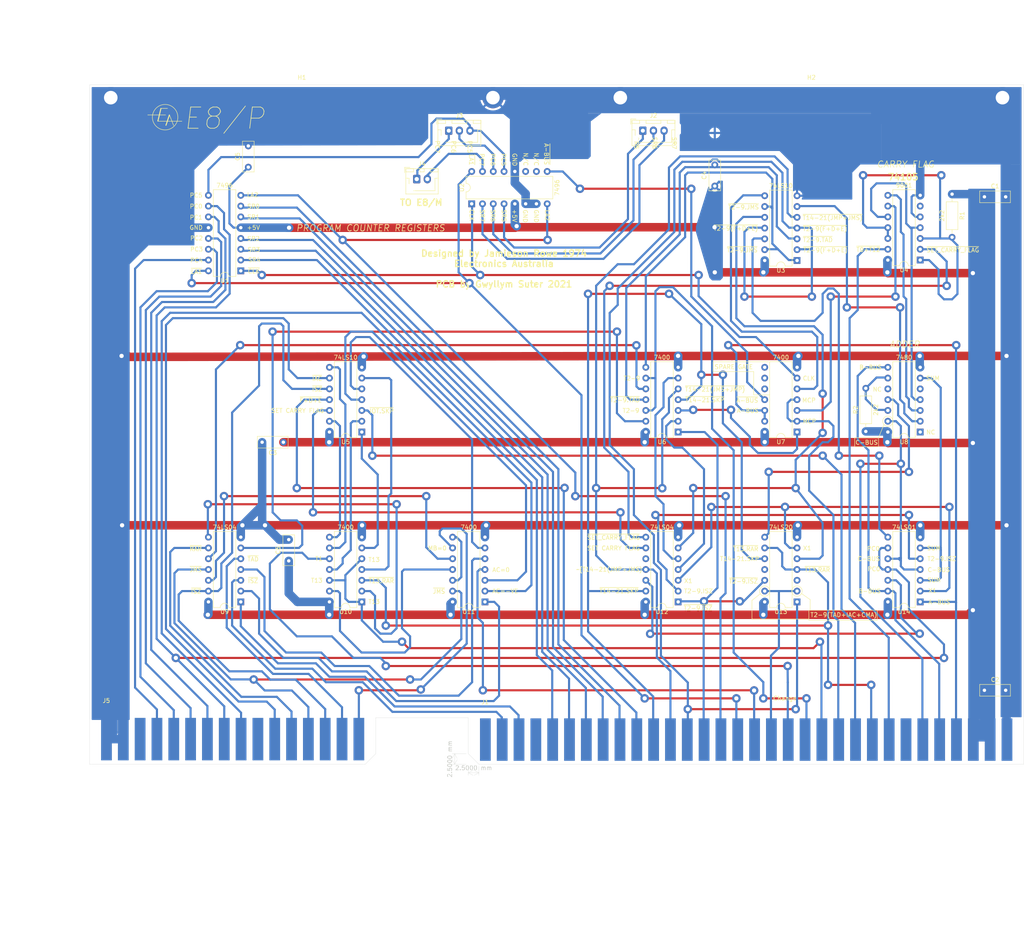
<source format=kicad_pcb>
(kicad_pcb (version 20211014) (generator pcbnew)
  (layers (0 "F.Cu" signal) (31 "B.Cu" signal) (34 "B.Paste" user) (35 "F.Paste" user) (36 "B.SilkS" user "B.Silkscreen") (37 "F.SilkS" user "F.Silkscreen") (38 "B.Mask" user) (39 "F.Mask" user) (44 "Edge.Cuts" user))
  (net 0 "")
  (net 1 "GND")
  (net 2 "+5V")
  (net 3 "A-BUS")
  (net 4 "B-BUS")
  (net 5 "C-BUS")
  (net 6 "~{T13.RAR}")
  (net 7 "~{IOT.SKP}")
  (net 8 "MCP")
  (net 9 "T13")
  (net 10 "T2-9")
  (net 11 "T1")
  (net 12 "~{T2-9(TAD+IAC+CMA})")
  (net 13 "AC=0")
  (net 14 "~{LA1}")
  (net 15 "LA2")
  (net 16 "~{SMA}")
  (net 18 "SR4")
  (net 19 "SR3")
  (net 20 "SR2")
  (net 21 "SR1")
  (net 22 "SR0")
  (net 23 "~{F+D+E}")
  (net 24 "~{T14-21.SKP}")
  (net 25 "~{T2-9(F+D+E})")
  (net 27 "~{SZA}")
  (net 28 "MB=0")
  (net 29 "~{TAD}")
  (net 30 "~{ISZ}")
  (net 31 "~{JMS}")
  (net 32 "~{RAR}")
  (net 33 "~{IAC}")
  (net 35 "AC=-VE")
  (net 36 "PC0")
  (net 37 "PC1")
  (net 38 "PC2")
  (net 39 "PC3")
  (net 40 "PC4")
  (net 42 "~{T2-9.TAD}")
  (net 43 "~{T2-9.JMS}")
  (net 44 "Net-(U3-Pad6)")
  (net 45 "~{T0+T12}")
  (net 46 "Net-(U11-Pad3)")
  (net 47 "Net-(U11-Pad6)")
  (net 48 "Net-(U10-Pad4)")
  (net 49 "~{T2-9.ISZ}")
  (net 50 "Net-(U12-Pad4)")
  (net 51 "Net-(U6-Pad3)")
  (net 52 "Net-(U6-Pad10)")
  (net 53 "CLK")
  (net 54 "Net-(R1-Pad2)")
  (net 55 "Net-(U13-Pad8)")
  (net 56 "Net-(U10-Pad2)")
  (net 57 "Net-(U11-Pad1)")
  (net 58 "Net-(U11-Pad10)")
  (net 59 "Net-(U10-Pad11)")
  (net 60 "Net-(U10-Pad6)")
  (net 61 "Net-(U10-Pad13)")
  (net 62 "Net-(U11-Pad12)")
  (net 63 "X1")
  (net 64 "T2-9.ISZ")
  (net 65 "PC7")
  (net 66 "PC6")
  (net 67 "PC5")
  (net 68 "SR5")
  (net 69 "SR6")
  (net 70 "SR7")
  (net 71 "/~{A-BUS}")
  (net 72 "Net-(U10-Pad9)")
  (net 73 "Net-(U10-Pad8)")
  (net 75 "~{T14-21(JMP+JMS})")
  (net 76 "Net-(U3-Pad8)")
  (net 77 "Net-(U12-Pad6)")
  (net 78 "Net-(U14-Pad8)")
  (net 79 "Net-(U12-Pad5)")
  (net 80 "Net-(U12-Pad12)")
  (net 81 "SUM")
  (net 82 "Net-(R2-Pad2)")
  (net 83 "Net-(U4-Pad10)")
  (net 84 "Net-(U4-Pad9)")
  (net 85 "Net-(U4-Pad8)")
  (net 86 "Net-(U11-Pad5)")
  (net 94 "Net-(U6-Pad13)")
  (net 95 "/~{SET_CARRY_FLAG}")
  (net 96 "SET_CARRY_FLAG")
  (net 97 "~{PC7}")
  (footprint "Connector_PCBEdge:PCB_32pin" (layer "F.Cu") (at 124.1936 180.052)
    (fp_text reference "J1")
    (fp_text value "32-way-pcb-edge-Educ-8-connectors")
  )
  (footprint "Connector_PCBEdge:PCB_16pin" (layer "F.Cu") (at 35 180)
    (fp_text reference "J5")
    (fp_text value "16-way-pcb-edge-Educ-8-connectors")
  )
  (footprint "Package_DIP:DIP-14_W7.62mm" (layer "F.Cu") (at 99.12 101.74 180)
    (fp_text reference "U5")
    (fp_text value "74LS10")
  )
  (footprint "Package_DIP:DIP-14_W7.62mm" (layer "F.Cu") (at 173.62 101.74 180)
    (fp_text reference "U6")
    (fp_text value "7400")
  )
  (footprint "Package_DIP:DIP-14_W7.62mm" (layer "F.Cu") (at 70.62 141.74 180)
    (fp_text reference "U9")
    (fp_text value "74LS04")
  )
  (footprint "Package_DIP:DIP-14_W7.62mm" (layer "F.Cu") (at 99.12 141.74 180)
    (fp_text reference "U10")
    (fp_text value "7400")
  )
  (footprint "Package_DIP:DIP-14_W7.62mm" (layer "F.Cu") (at 128.12 141.74 180)
    (fp_text reference "U11")
    (fp_text value "7400")
  )
  (footprint "Package_DIP:DIP-14_W7.62mm" (layer "F.Cu") (at 173.62 141.74 180)
    (fp_text reference "U12")
    (fp_text value "74LS04")
  )
  (footprint "Package_DIP:DIP-14_W7.62mm" (layer "F.Cu") (at 201.62 141.74 180)
    (fp_text reference "U13")
    (fp_text value "74LS20")
  )
  (footprint "Package_DIP:DIP-14_W7.62mm" (layer "F.Cu") (at 230.62 141.74 180)
    (fp_text reference "U14")
    (fp_text value "74LS01")
  )
  (footprint "Package_DIP:DIP-16_W7.62mm" (layer "F.Cu") (at 70.62 63.78 180)
    (fp_text reference "U1")
    (fp_text value "7496")
  )
  (footprint "Package_DIP:DIP-16_W7.62mm" (layer "F.Cu") (at 125 48 90)
    (fp_text reference "U2")
    (fp_text value "7496")
  )
  (footprint "Package_DIP:DIP-14_W7.62mm" (layer "F.Cu") (at 201.62 101.74 180)
    (fp_text reference "U7")
    (fp_text value "7400")
  )
  (footprint "Resistor_THT:R_Axial_DIN0207_L6.3mm_D2.5mm_P10.16mm_Horizontal" (layer "F.Cu") (at 238.125 45.72 -90)
    (fp_text reference "R1")
    (fp_text value "2k2")
  )
  (footprint "Resistor_THT:R_Axial_DIN0207_L6.3mm_D2.5mm_P10.16mm_Horizontal" (layer "F.Cu") (at 217.805 101.6 90)
    (fp_text reference "R2")
    (fp_text value "2k2")
  )
  (footprint "Package_DIP:DIP-14_W7.62mm" (layer "F.Cu") (at 230.62 61.24 180)
    (fp_text reference "U4")
    (fp_text value "9001")
  )
  (footprint "Package_DIP:DIP-14_W7.62mm" (layer "F.Cu") (at 230.62 101.74 180)
    (fp_text reference "U8")
    (fp_text value "7480")
  )
  (footprint "EDUC-8:EA_Symbol" (layer "F.Cu") (at 52.8 27.6)
    (fp_text reference "REF**" hide)
    (fp_text value "EA_Symbol" hide)
  )
  (footprint "Capacitor_THT:C_Disc_D7.0mm_W2.5mm_P5.00mm" (layer "F.Cu") (at 245.745 46.355)
    (fp_text reference "C1")
    (fp_text value "47nF")
  )
  (footprint "Capacitor_THT:C_Disc_D7.0mm_W2.5mm_P5.00mm" (layer "F.Cu") (at 245.745 162.56)
    (fp_text reference "C2")
    (fp_text value "47nF")
  )
  (footprint "Capacitor_THT:C_Disc_D7.0mm_W2.5mm_P5.00mm" (layer "F.Cu") (at 80.645 104.14 180)
    (fp_text reference "C3")
    (fp_text value "47nF")
  )
  (footprint "Capacitor_THT:C_Disc_D7.0mm_W2.5mm_P5.00mm" (layer "F.Cu") (at 182.245 43.815 90)
    (fp_text reference "C4")
    (fp_text value "47nF")
  )
  (footprint "Capacitor_THT:C_Disc_D7.0mm_W2.5mm_P5.00mm" (layer "F.Cu") (at 72.39 39.37 90)
    (fp_text reference "C5")
    (fp_text value "47nF")
  )
  (footprint "Package_DIP:DIP-14_W7.62mm" (layer "F.Cu") (at 201.62 61.34 180)
    (fp_text reference "U3")
    (fp_text value "74LS10")
  )
  (footprint "Capacitor_THT:C_Disc_D7.0mm_W2.5mm_P5.00mm" (layer "F.Cu") (at 81.915 132.08 90)
    (fp_text reference "C6")
    (fp_text value "47nF")
  )
  (footprint "EDUC-8:Card_handle" (layer "F.Cu") (at 85 23)
    (fp_text reference "H1")
    (fp_text value "Card_handle")
  )
  (footprint "EDUC-8:Card_handle" (layer "F.Cu") (at 205 23)
    (fp_text reference "H2")
    (fp_text value "Card_handle")
  )
  (footprint "Connector_JST:JST_XH_B3B-XH-AM_1x03_P2.50mm_Vertical" (layer "F.Cu") (at 119.6 30.775)
    (fp_text reference "J3")
    (fp_text value "Conn_01x03_Male")
  )
  (footprint "Connector_JST:JST_XH_B2B-XH-AM_1x02_P2.50mm_Vertical" (layer "F.Cu") (at 112.05 42.175)
    (fp_text reference "J4")
    (fp_text value "Conn_01x02_Male")
  )
  (footprint "Connector_JST:JST_XH_B3B-XH-AM_1x03_P2.50mm_Vertical" (layer "F.Cu") (at 165.3 30.775)
    (fp_text reference "J2")
    (fp_text value "Conn_01x03_Male")
  )
  (gr_line (start 181.9 85.2) (end 181.9 87.5) (layer "F.SilkS") (width 0.12))
  (gr_circle (center 194 139.2) (end 192.9 139.7) (layer "F.SilkS") (width 0.12) (fill none))
  (gr_line (start 202.7 139.8) (end 204.7 141.2) (layer "F.SilkS") (width 0.12))
  (gr_line (start 181.9 87.5) (end 191.4 87.5) (layer "F.SilkS") (width 0.12))
  (gr_circle (center 201.6 139.2) (end 202.8 139.4) (layer "F.SilkS") (width 0.12) (fill none))
  (gr_line (start 220.5 143.7) (end 204.4 143.7) (layer "F.SilkS") (width 0.12))
  (gr_line (start 215.2 105.2) (end 220.8 105.2) (layer "F.SilkS") (width 0.12))
  (gr_line (start 204.4 146.1) (end 220.5 146.1) (layer "F.SilkS") (width 0.12))
  (gr_line (start 191.4 93) (end 195.2 93) (layer "F.SilkS") (width 0.12))
  (gr_line (start 181.9 85.2) (end 194.9 85.2) (layer "F.SilkS") (width 0.12))
  (gr_line (start 220.5 146.1) (end 220.5 143.7) (layer "F.SilkS") (width 0.12))
  (gr_circle (center 223 99.2) (end 223.9 100) (layer "F.SilkS") (width 0.12) (fill none))
  (gr_line (start 204.4 143.7) (end 204.4 146.1) (layer "F.SilkS") (width 0.12))
  (gr_line (start 220.8 105.2) (end 220.8 103.1) (layer "F.SilkS") (width 0.12))
  (gr_line (start 191 141.4) (end 193 139.8) (layer "F.SilkS") (width 0.12))
  (gr_line (start 204.4 145.8) (end 191 145.8) (layer "F.SilkS") (width 0.12))
  (gr_line (start 191.4 87.5) (end 191.4 93) (layer "F.SilkS") (width 0.12))
  (gr_line (start 220.8 103.1) (end 215.2 103.1) (layer "F.SilkS") (width 0.12))
  (gr_line (start 215.2 103.1) (end 215.2 105.2) (layer "F.SilkS") (width 0.12))
  (gr_line (start 204.7 141.2) (end 204.7 143.7) (layer "F.SilkS") (width 0.12))
  (gr_line (start 191 145.8) (end 191 141.4) (layer "F.SilkS") (width 0.12))
  (gr_line (start 222.1 99.9) (end 220.8 103.1) (layer "F.SilkS") (width 0.12))
  (gr_line (start 126.7 180) (end 255 180) (layer "Edge.Cuts") (width 0.05))
  (gr_line (start 35 180) (end 99.9 180) (layer "Edge.Cuts") (width 0.05))
  (gr_line (start 124.2 169) (end 124.2 177.5) (layer "Edge.Cuts") (width 0.05))
  (gr_line (start 255 20) (end 255 180) (layer "Edge.Cuts") (width 0.05))
  (gr_line (start 124.2 177.5) (end 126.7 180) (layer "Edge.Cuts") (width 0.05))
  (gr_line (start 102.4 169) (end 124.2 169) (layer "Edge.Cuts") (width 0.05))
  (gr_line (start 102.4 177.5) (end 102.4 169) (layer "Edge.Cuts") (width 0.05))
  (gr_line (start 35 180) (end 35 20) (layer "Edge.Cuts") (width 0.05))
  (gr_line (start 35 20) (end 255 20) (layer "Edge.Cuts") (width 0.05))
  (gr_line (start 99.9 180) (end 102.4 177.5) (layer "Edge.Cuts") (width 0.05))
  (gr_text "GND" (at 135.1 37.6 270) (layer "F.SilkS") (effects (font (size 1 1))))
  (gr_text "SR5" (at 132.6 50.8 270) (layer "F.SilkS") (effects (font (size 1 1))))
  (gr_text "~{T2-9.JMS}" (at 188.7 58.9) (layer "F.SilkS") (effects (font (size 1 1))))
  (gr_text "T13" (at 102 131.8) (layer "F.SilkS") (effects (font (size 1 1))))
  (gr_text "MB=0" (at 116.9 129.1) (layer "F.SilkS") (effects (font (size 1 1))))
  (gr_text "SR3" (at 73.7 58.8) (layer "F.SilkS") (effects (font (size 1 1))))
  (gr_text "SR4" (at 73.8 61.2) (layer "F.SilkS") (effects (font (size 1 1))))
  (gr_text "PC1" (at 60.1 51.2) (layer "F.SilkS") (effects (font (size 1 1))))
  (gr_text "SR0" (at 73.6 48.6) (layer "F.SilkS") (effects (font (size 1 1))))
  (gr_text "B-BUS" (at 218.7 139.2) (layer "F.SilkS") (effects (font (size 1 1))))
  (gr_text "PC4" (at 60.2 61.3) (layer "F.SilkS") (effects (font (size 1 1))))
  (gr_text "SUM" (at 233.6 89.1) (layer "F.SilkS") (effects (font (size 1 1))))
  (gr_text "N/C" (at 140.2 37.5 270) (layer "F.SilkS") (effects (font (size 1 1))))
  (gr_text "N/C" (at 137.7 37.5 270) (layer "F.SilkS") (effects (font (size 1 1))))
  (gr_text "NC" (at 220.5 91.7) (layer "F.SilkS") (effects (font (size 1 1))))
  (gr_text "LA2" (at 142.8 50.7 270) (layer "F.SilkS") (effects (font (size 1 1))))
  (gr_text "MCP" (at 204.545 99.228) (layer "F.SilkS") (effects (font (size 1 1))))
  (gr_text "T13" (at 88.5 136.7) (layer "F.SilkS") (effects (font (size 1 1))))
  (gr_text "E8/P" (at 66.8 27.9) (layer "F.SilkS") (effects (font (size 5 5) (thickness 0.15) italic)))
  (gr_text "C-BUS" (at 218.5 131.6) (layer "F.SilkS") (effects (font (size 1 1))))
  (gr_text "SR7" (at 172.668 33.7 270) (layer "F.SilkS") (effects (font (size 1 1))))
  (gr_text "~{JMS}" (at 117.3 139.3) (layer "F.SilkS") (effects (font (size 1 1))))
  (gr_text "PC5" (at 132.5 37.6 270) (layer "F.SilkS") (effects (font (size 1 1))))
  (gr_text "~{T2-9(F+D+E)}" (at 208.3 58.9) (layer "F.SilkS") (effects (font (size 1 1))))
  (gr_text "SUM" (at 233.8 129.1) (layer "F.SilkS") (effects (font (size 1 1))))
  (gr_text "AC=-VE" (at 132.9 139.2) (layer "F.SilkS") (effects (font (size 1 1))))
  (gr_text "PC5" (at 60.1 46) (layer "F.SilkS") (effects (font (size 1 1))))
  (gr_text "PC6" (at 120.725 34.585 270) (layer "F.SilkS") (effects (font (size 1 1))))
  (gr_text "~{T14-21(JMS+JMP)}" (at 182.3 91.7) (layer "F.SilkS") (effects (font (size 1 1))))
  (gr_text "~{IAC}" (at 88.6 89.2) (layer "F.SilkS") (effects (font (size 1 1))))
  (gr_text "T2-9.ISZ" (at 235.7 131.6) (layer "F.SilkS") (effects (font (size 1 1))))
  (gr_text "PC5" (at 124.535 34.585 270) (layer "F.SilkS") (effects (font (size 1 1))))
  (gr_text "C-BUS" (at 218 104.2) (layer "F.SilkS") (effects (font (size 1 1))))
  (gr_text "~{F+D+E}" (at 87.1 94.3) (layer "F.SilkS") (effects (font (size 1 1))))
  (gr_text "~{T2-9.ISZ}" (at 189 136.9) (layer "F.SilkS") (effects (font (size 1 1))))
  (gr_text "X1" (at 233.5 139.1) (layer "F.SilkS") (effects (font (size 1 1))))
  (gr_text "GND" (at 60.1 53.6) (layer "F.SilkS") (effects (font (size 1 1))))
  (gr_text "GND" (at 140.2 50.9 270) (layer "F.SilkS") (effects (font (size 1 1))))
  (gr_text "~{ISZ}" (at 73.5 136.8) (layer "F.SilkS") (effects (font (size 1 1))))
  (gr_text "SR1" (at 73.6 51.1) (layer "F.SilkS") (effects (font (size 1 1))))
  (gr_text "A-BUS" (at 235.1 141.8) (layer "F.SilkS") (effects (font (size 1 1))))
  (gr_text "SR5" (at 163.778 33.7 270) (layer "F.SilkS") (effects (font (size 1 1))))
  (gr_text "~{T13.RAR}" (at 189.5 129.3) (layer "F.SilkS") (effects (font (size 1 1))))
  (gr_text "SPARE GATE" (at 186.7 86.4) (layer "F.SilkS") (effects (font (size 1 1))))
  (gr_text "X1" (at 176 136.8) (layer "F.SilkS") (effects (font (size 1 1))))
  (gr_text "T2-9" (at 162.7 89.1) (layer "F.SilkS") (effects (font (size 1 1))))
  (gr_text "~{LA1}" (at 124.9 37.6 270) (layer "F.SilkS") (effects (font (size 1 1))))
  (gr_text "SUM" (at 233.9 136.6) (layer "F.SilkS") (effects (font (size 1 1))))
  (gr_text "~{TAD}" (at 73.5 131.7) (layer "F.SilkS") (effects (font (size 1 1))))
  (gr_text "MCP" (at 204.418 94.275) (layer "F.SilkS") (effects (font (size 1 1))))
  (gr_text "PROGRAM COUNTER REGISTERS" (at 101.2 53.7) (layer "F.SilkS") (effects (font (size 1.5 1.5) (thickness 0.15) italic)))
  (gr_text "X1" (at 204 129.1) (layer "F.SilkS") (effects (font (size 1 1))))
  (gr_text "~{T0+T12}" (at 218.4 58.8) (layer "F.SilkS") (effects (font (size 1 1))))
  (gr_text "T1" (at 89 131.6) (layer "F.SilkS") (effects (font (size 1 1))))
  (gr_text "PC7" (at 127.4 37.6 270) (layer "F.SilkS") (effects (font (size 1 1))))
  (gr_text "LA2" (at 73.4 45.9) (layer "F.SilkS") (effects (font (size 1 1))))
  (gr_text "TO E8/M" (at 113.1 47.7) (layer "F.SilkS") (effects (font (size 1.5 1.5) (thickness 0.3))))
  (gr_text "~{IOT.SKP}" (at 103.8 96.8) (layer "F.SilkS") (effects (font (size 1 1))))
  (gr_text "Change" (at 198.755 164.465) (layer "F.SilkS") (effects (font (size 1 1))))
  (gr_text "T2-9.ISZ" (at 178.4 139.2) (layer "F.SilkS") (effects (font (size 1 1))))
  (gr_text "~{T2-9.TAD}" (at 161.1 94.2) (layer "F.SilkS") (effects (font (size 1 1))))
  (gr_text "ADDER" (at 227 81.1) (layer "F.SilkS") (effects (font (size 1.5 1.5) (thickness 0.15) italic)))
  (gr_text "A-BUS" (at 190 96.7) (layer "F.SilkS") (effects (font (size 1 1))))
  (gr_text "~{CLK}" (at 73.7 63.9) (layer "F.SilkS") (effects (font (size 1 1))))
  (gr_text "T13" (at 102 141.7) (layer "F.SilkS") (effects (font (size 1 1))))
  (gr_text "CARRY FLAG" (at 227.2 38.7) (layer "F.SilkS") (effects (font (size 1.5 1.5) (thickness 0.15) italic)))
  (gr_text "~{T14-21.SKP}" (at 159.7 139.2) (layer "F.SilkS") (effects (font (size 1 1))))
  (gr_text "\nCLK\n" (at 125.805 50.714 270) (layer "F.SilkS") (effects (font (size 1 1))))
  (gr_text "~{A-BUS}" (at 189.9 94.3) (layer "F.SilkS") (effects (font (size 1 1))))
  (gr_text "~{SET_CARRY_FLAG}" (at 158.4 126.6) (layer "F.SilkS") (effects (font (size 1 1))))
  (gr_text "PC0" (at 219.7 134) (layer "F.SilkS") (effects (font (size 1 1))))
  (gr_text "SR7" (at 127.5 50.8 270) (layer "F.SilkS") (effects (font (size 1 1))))
  (gr_text "B-BUS" (at 218.9 86.5) (layer "F.SilkS") (effects (font (size 1 1))))
  (gr_text "Designed by Jamieson Rowe 1974\nElectronics Australia\n\nPCB by Gwyllym Suter 2021" (at 132.6 63.3) (layer "F.SilkS") (effects (font (size 1.5 1.5) (thickness 0.3))))
  (gr_text "~{T14-21(JMP+JMS)" (at 157.4 134.1) (layer "F.SilkS") (effects (font (size 1 1))))
  (gr_text "~{T2-9(F+D+E)}" (at 187.2 53.8) (layer "F.SilkS") (effects (font (size 1 1))))
  (gr_text "+5V" (at 73.6 53.6) (layer "F.SilkS") (effects (font (size 1 1))))
  (gr_text "T2-9(TAD+IAC+CMA)" (at 212.6 144.8) (layer "F.SilkS") (effects (font (size 1 1))))
  (gr_text "~{JMS}" (at 60 134.2) (layer "F.SilkS") (effects (font (size 1 1))))
  (gr_text "PC0" (at 60.1 48.6) (layer "F.SilkS") (effects (font (size 1 1))))
  (gr_text "CLK" (at 204.4 89.1) (layer "F.SilkS") (effects (font (size 1 1))))
  (gr_text "T14-21.SKP" (at 188.1 131.6) (layer "F.SilkS") (effects (font (size 1 1))))
  (gr_text "PC0" (at 219.6 129.2) (layer "F.SilkS") (effects (font (size 1 1))))
  (gr_text "~{RAR}" (at 60 129.3) (layer "F.SilkS") (effects (font (size 1 1))))
  (gr_text "SET CARRY FLAG" (at 84 96.7) (layer "F.SilkS") (effects (font (size 1 1))))
  (gr_text "~{LA1}" (at 60.2 64) (layer "F.SilkS") (effects (font (size 1 1))))
  (gr_text "PC7" (at 116.915 34.585 270) (layer "F.SilkS") (effects (font (size 1 1))))
  (gr_text "~{T2-9.JMS}" (at 189 48.8) (layer "F.SilkS") (effects (font (size 1 1))))
  (gr_text "C-BUS" (at 235 134.2) (layer "F.SilkS") (effects (font (size 1 1))))
  (gr_text "AC=0" (at 131.9 134.2) (layer "F.SilkS") (effects (font (size 1 1))))
  (gr_text "~{T2-9.TAD}" (at 206.5 56.5) (layer "F.SilkS") (effects (font (size 1 1))))
  (gr_text "SR6" (at 168.096 33.7 270) (layer "F.SilkS") (effects (font (size 1 1))))
  (gr_text "+5V" (at 135.1 50.8 270) (layer "F.SilkS") (effects (font (size 1 1))))
  (gr_text "NC" (at 233.1 101.8) (layer "F.SilkS") (effects (font (size 1 1))))
  (gr_text "~{ISZ}" (at 88.6 91.7) (layer "F.SilkS") (effects (font (size 1 1))))
  (gr_text "~{ISZ}" (at 60.1 139.3) (layer "F.SilkS") (effects (font (size 1 1))))
  (gr_text "~{T14-21.SKP}" (at 179.9 94.2) (layer "F.SilkS") (effects (font (size 1 1))))
  (gr_text "~{A-BUS}" (at 142.6 36.3 270) (layer "F.SilkS") (effects (font (size 1 1))))
  (gr_text "~{T14-21(JMP+JMS)}" (at 210 51.3) (layer "F.SilkS") (effects (font (size 1 1))))
  (gr_text "PC3" (at 60.2 58.7) (layer "F.SilkS") (effects (font (size 1 1))))
  (gr_text "~{T2-9.ISZ}" (at 178.3 143.2) (layer "F.SilkS") (effects (font (size 1 1))))
  (gr_text "~{SET_CARRY_FLAG}" (at 238.3 58.9) (layer "F.SilkS") (effects (font (size 1 1))))
  (gr_text "PC2" (at 60.2 56.1) (layer "F.SilkS") (effects (font (size 1 1))))
  (gr_text "SET CARRY FLAG" (at 158.4 129.1) (layer "F.SilkS") (effects (font (size 1 1))))
  (gr_text "PC6" (at 130 37.6 270) (layer "F.SilkS") (effects (font (size 1 1))))
  (gr_text "T2-9" (at 162.5 96.7) (layer "F.SilkS") (effects (font (size 1 1))))
  (gr_text "GND" (at 137.6 50.9 270) (layer "F.SilkS") (effects (font (size 1 1))))
  (gr_text "74105\n" (at 226.6 41.7) (layer "F.SilkS") (effects (font (size 1.5 1.5) (thickness 0.3))))
  (gr_text "~{T13.RAR}" (at 103.7 136.8) (layer "F.SilkS") (effects (font (size 1 1))))
  (gr_text "~{T13.RAR}" (at 206.4 134.2) (layer "F.SilkS") (effects (font (size 1 1))))
  (gr_text "~{T2-9(F+D+E)}" (at 208.2 53.9) (layer "F.SilkS") (effects (font (size 1 1))))
  (gr_text "SR2" (at 73.6 56.2) (layer "F.SilkS") (effects (font (size 1 1))))
  (gr_text "SR6" (at 130 50.8 270) (layer "F.SilkS") (effects (font (size 1 1))))
  (dimension (type aligned) (layer "Edge.Cuts") (pts (xy 124.2 180) (xy 126.7 180)) (height 2) (gr_text "2.5000 mm" (at 125.45 180.85) (layer "Edge.Cuts") (effects (font (size 1 1) (thickness 0.15)))) (format (units 3) (units_format 1) (precision 4)) (style (thickness 0.05) (arrow_length 1.27) (text_position_mode 0) (extension_height 0.58642) (extension_offset 0.5) keep_text_aligned))
  (dimension (type aligned) (layer "Edge.Cuts") (pts (xy 124.2 180) (xy 124.2 177.5)) (height -3.2) (gr_text "2.5000 mm" (at 119.85 178.75 90) (layer "Edge.Cuts") (effects (font (size 1 1) (thickness 0.15)))) (format (units 3) (units_format 1) (precision 4)) (style (thickness 0.05) (arrow_length 1.27) (text_position_mode 0) (extension_height 0.58642) (extension_offset 0.5) keep_text_aligned))
  (segment (start 128.3922 123.7028) (end 172.2972 123.7028) (width 2) (layer "F.Cu") (net 1))
  (segment (start 173.8678 123.7028) (end 250.9472 123.7028) (width 2) (layer "F.Cu") (net 1))
  (segment (start 201.93 83.82) (end 186.285309 83.82) (width 2) (layer "F.Cu") (net 1))
  (segment (start 43.959213 83.82) (end 42.545 83.82) (width 2) (layer "F.Cu") (net 1))
  (segment (start 44.189522 84.050309) (end 43.959213 83.82) (width 2) (layer "F.Cu") (net 1))
  (segment (start 172.3 123.7) (end 173.865 123.7) (width 2) (layer "F.Cu") (net 1))
  (segment (start 173.865 123.7) (end 173.8678 123.7028) (width 2) (layer "F.Cu") (net 1))
  (segment (start 186.285309 83.82) (end 44.189522 84.050309) (width 2) (layer "F.Cu") (net 1))
  (segment (start 250.9472 83.82) (end 230.505 83.82) (width 2) (layer "F.Cu") (net 1))
  (segment (start 76.3222 123.7028) (end 128.3922 123.7028) (width 2) (layer "F.Cu") (net 1))
  (segment (start 172.2972 123.7028) (end 172.3 123.7) (width 2) (layer "F.Cu") (net 1))
  (segment (start 230.505 83.82) (end 201.93 83.82) (width 2) (layer "F.Cu") (net 1))
  (segment (start 42.6672 123.7028) (end 76.3222 123.7028) (width 2) (layer "F.Cu") (net 1))
  (via (at 201.8078 123.7028) (size 2) (drill 1) (layers "F.Cu" "B.Cu") (net 1))
  (via (at 99.1822 123.7028) (size 2) (drill 1) (layers "F.Cu" "B.Cu") (net 1))
  (via (at 70.9978 123.7028) (size 2) (drill 1) (layers "F.Cu" "B.Cu") (net 1))
  (via (at 42.545 83.82) (size 2) (drill 1) (layers "F.Cu" "B.Cu") (net 1))
  (via (at 230.6272 123.7028) (size 2) (drill 1) (layers "F.Cu" "B.Cu") (net 1))
  (via (at 173.6 83.8) (size 2) (drill 1) (layers "F.Cu" "B.Cu") (net 1))
  (via (at 173.8678 123.7028) (size 2) (drill 1) (layers "F.Cu" "B.Cu") (net 1))
  (via (at 76.3222 123.7028) (size 2) (drill 1) (layers "F.Cu" "B.Cu") (net 1))
  (via (at 42.6672 123.7028) (size 2) (drill 1) (layers "F.Cu" "B.Cu") (net 1))
  (via (at 230.505 83.82) (size 2) (drill 1) (layers "F.Cu" "B.Cu") (net 1))
  (via (at 128.3922 123.7028) (size 2) (drill 1) (layers "F.Cu" "B.Cu") (net 1))
  (via (at 250.9472 123.7028) (size 2) (drill 1) (layers "F.Cu" "B.Cu") (net 1))
  (via (at 250.9472 83.82) (size 2) (drill 1) (layers "F.Cu" "B.Cu") (net 1))
  (via (at 201.93 83.82) (size 2) (drill 1) (layers "F.Cu" "B.Cu") (net 1))
  (via (at 99.554427 83.960573) (size 2) (drill 1) (layers "F.Cu" "B.Cu") (net 1))
  (segment (start 250.9472 84.9678) (end 250.9472 37.5872) (width 2) (layer "B.Cu") (net 1))
  (segment (start 250.9472 123.7028) (end 250.9472 84.9678) (width 2) (layer "B.Cu") (net 1))
  (segment (start 230.62 46) (end 230.62 38.215) (width 2) (layer "B.Cu") (net 1))
  (segment (start 137.7 45.625) (end 135.16 43.085) (width 2) (layer "B.Cu") (net 1))
  (segment (start 137.16 25.4) (end 135.7 25.4) (width 2) (layer "B.Cu") (net 1))
  (segment (start 140.24 48) (end 137.7 48) (width 2) (layer "B.Cu") (net 1))
  (segment (start 230.62 126.5) (end 230.62 123.71) (width 2) (layer "B.Cu") (net 1))
  (segment (start 54.89 37.185) (end 54.89 53.62) (width 0.5) (layer "B.Cu") (net 1))
  (segment (start 135.16 43.085) (end 135.16 40.38) (width 2) (layer "B.Cu") (net 1))
  (segment (start 228.955 46) (end 228.6 46.355) (width 0.5) (layer "B.Cu") (net 1))
  (segment (start 52.07 50.8) (end 40.64 50.8) (width 2) (layer "B.Cu") (net 1))
  (segment (start 173.62 123.9506) (end 173.8678 123.7028) (width 2) (layer "B.Cu") (net 1))
  (segment (start 135.7 25.4) (end 135.16 25.94) (width 2) (layer "B.Cu") (net 1))
  (segment (start 52.07 24.13) (end 52.07 50.8) (width 2) (layer "B.Cu") (net 1))
  (segment (start 54.89 53.62) (end 63 53.62) (width 2) (layer "B.Cu") (net 1))
  (segment (start 201.62 84.13) (end 201.93 83.82) (width 2) (layer "B.Cu") (net 1))
  (segment (start 229.515 51.08) (end 230.62 51.08) (width 0.5) (layer "B.Cu") (net 1))
  (segment (start 201.62 126.5) (end 201.62 123.8906) (width 2) (layer "B.Cu") (net 1))
  (segment (start 40.64 50.8) (end 40.64 172.4052) (width 2) (layer "B.Cu") (net 1))
  (segment (start 75.645 119.0556) (end 70.9978 123.7028) (width 2) (layer "B.Cu") (net 1))
  (segment (start 76.3222 123.7028) (end 70.9978 123.7028) (width 2) (layer "B.Cu") (net 1))
  (segment (start 228.6 50.165) (end 229.515 51.08) (width 0.5) (layer "B.Cu") (net 1))
  (segment (start 137.7 48) (end 137.7 45.625) (width 2) (layer "B.Cu") (net 1))
  (segment (start 72.39 31.115) (end 60.96 31.115) (width 0.5) (layer "B.Cu") (net 1))
  (segment (start 75.645 119.0556) (end 75.645 123.0256) (width 2) (layer "B.Cu") (net 1))
  (segment (start 201.62 86.5) (end 201.62 84.13) (width 2) (layer "B.Cu") (net 1))
  (segment (start 99.12 86.5) (end 99.12 84.395) (width 2) (layer "B.Cu") (net 1))
  (segment (start 38.9872 174.058) (end 42.9496 174.058) (width 2) (layer "B.Cu") (net 1))
  (segment (start 54.61 21.59) (end 52.07 24.13) (width 2) (layer "B.Cu") (net 1))
  (segment (start 128.12 126.5) (end 128.12 123.975) (width 2) (layer "B.Cu") (net 1))
  (segment (start 230.505 83.82) (end 230.505 86.385) (width 2) (layer "B.Cu") (net 1))
  (segment (start 60.96 31.115) (end 54.89 37.185) (width 0.5) (layer "B.Cu") (net 1))
  (segment (start 128.12 123.975) (end 128.3922 123.7028) (width 2) (layer "B.Cu") (net 1))
  (segment (start 81.915 127.08) (end 79.6994 127.08) (width 2) (layer "B.Cu") (net 1))
  (segment (start 137.16 25.4) (end 137.16 21.59) (width 2) (layer "B.Cu") (net 1))
  (segment (start 70.62 126.5) (end 70.62 124.0806) (width 2) (layer "B.Cu") (net 1))
  (segment (start 135.16 25.94) (end 135.16 40.38) (width 2) (layer "B.Cu") (net 1))
  (segment (start 230.505 86.385) (end 230.62 86.5) (width 2) (layer "B.Cu") (net 1))
  (segment (start 99.12 126.5) (end 99.12 123.765) (width 2) (layer "B.Cu") (net 1))
  (segment (start 70.62 124.0806) (end 70.9978 123.7028) (width 2) (layer "B.Cu") (net 1))
  (segment (start 40.64 172.4052) (end 38.9872 174.058) (width 2) (layer "B.Cu") (net 1))
  (segment (start 99.12 84.395) (end 99.554427 83.960573) (width 2) (layer "B.Cu") (net 1))
  (segment (start 75.645 104.14) (end 75.645 119.0556) (width 2) (layer "B.Cu") (net 1))
  (segment (start 79.6994 127.08) (end 76.3222 123.7028) (width 2) (layer "B.Cu") (net 1))
  (segment (start 250.9472 174.118) (end 250.9472 123.7028) (width 2) (layer "B.Cu") (net 1))
  (segment (start 137.16 21.59) (end 54.61 21.59) (width 2) (layer "B.Cu") (net 1))
  (segment (start 72.39 34.37) (end 72.39 31.115) (width 0.5) (layer "B.Cu") (net 1))
  (segment (start 173.62 83.82) (end 173.6 83.8) (width 2) (layer "B.Cu") (net 1))
  (segment (start 173.62 86.5) (end 173.62 83.82) (width 2) (layer "B.Cu") (net 1))
  (segment (start 228.6 46.355) (end 228.6 50.165) (width 0.5) (layer "B.Cu") (net 1))
  (segment (start 201.62 123.8906) (end 201.8078 123.7028) (width 2) (layer "B.Cu") (net 1))
  (segment (start 52.07 50.8) (end 54.89 53.62) (width 2) (layer "B.Cu") (net 1))
  (segment (start 230.62 46) (end 228.955 46) (width 0.5) (layer "B.Cu") (net 1))
  (segment (start 99.12 123.765) (end 99.1822 123.7028) (width 2) (layer "B.Cu") (net 1))
  (segment (start 173.62 126.5) (end 173.62 123.9506) (width 2) (layer "B.Cu") (net 1))
  (segment (start 230.62 123.71) (end 230.6272 123.7028) (width 2) (layer "B.Cu") (net 1))
  (segment (start 75.645 123.0256) (end 76.3222 123.7028) (width 2) (layer "B.Cu") (net 1))
  (segment (start 165.735 104.14) (end 91.44 104.14) (width 2) (layer "F.Cu") (net 2))
  (segment (start 241.935 144.78) (end 222.885 144.78) (width 2) (layer "F.Cu") (net 2))
  (segment (start 165.735 104.14) (end 193.96 104.14) (width 2) (layer "F.Cu") (net 2))
  (segment (start 120.015 144.78) (end 91.44 144.78) (width 2) (layer "F.Cu") (net 2))
  (segment (start 223.0676 104.3226) (end 222.885 104.14) (width 2) (layer "F.Cu") (net 2))
  (segment (start 222.885 104.14) (end 194.04 104.14) (width 2) (layer "F.Cu") (net 2))
  (segment (start 165.735 144.78) (end 120.015 144.78) (width 2) (layer "F.Cu") (net 2))
  (segment (start 135.203 53.635) (end 135.584 53.254) (width 2) (layer "F.Cu") (net 2))
  (segment (start 135.584 53.254) (end 135.838 53.508) (width 2) (layer "F.Cu") (net 2))
  (segment (start 91.44 144.78) (end 62.865 144.78) (width 2) (layer "F.Cu") (net 2))
  (segment (start 135.838 53.508) (end 182.193 53.508) (width 2) (layer "F.Cu") (net 2))
  (segment (start 222.885 144.78) (end 193.675 144.78) (width 2) (layer "F.Cu") (net 2))
  (segment (start 243.0224 104.3226) (end 223.0676 104.3226) (width 2) (layer "F.Cu") (net 2))
  (segment (start 194.04 104.14) (end 194 104.1) (width 2) (layer "F.Cu") (net 2))
  (segment (start 222.885 64.135) (end 182.245 64.135) (width 2) (layer "F.Cu") (net 2))
  (segment (start 91.44 104.14) (end 80.645 104.14) (width 2) (layer "F.Cu") (net 2))
  (segment (start 243.0224 143.6926) (end 241.935 144.78) (width 2) (layer "F.Cu") (net 2))
  (segment (start 81.99 53.635) (end 135.203 53.635) (width 2) (layer "F.Cu") (net 2))
  (segment (start 243.0224 64.3176) (end 223.0676 64.3176) (width 2) (layer "F.Cu") (net 2))
  (segment (start 193.96 104.14) (end 194 104.1) (width 2) (layer "F.Cu") (net 2))
  (segment (start 193.675 144.78) (end 165.735 144.78) (width 2) (layer "F.Cu") (net 2))
  (segment (start 223.0676 64.3176) (end 222.885 64.135) (width 2) (layer "F.Cu") (net 2))
  (via (at 222.885 104.14) (size 2) (drill 1) (layers "F.Cu" "B.Cu") (net 2))
  (via (at 182.245 64.135) (size 2) (drill 1) (layers "F.Cu" "B.Cu") (net 2))
  (via (at 165.735 144.78) (size 2) (drill 1) (layers "F.Cu" "B.Cu") (net 2))
  (via (at 243.0224 64.3176) (size 2) (drill 1) (layers "F.Cu" "B.Cu") (net 2))
  (via (at 81.99 53.635) (size 2) (drill 1) (layers "F.Cu" "B.Cu") (net 2))
  (via (at 135.584 53.254) (size 2) (drill 1) (layers "F.Cu" "B.Cu") (net 2))
  (via (at 182.193 53.508) (size 2) (drill 1) (layers "F.Cu" "B.Cu") (net 2))
  (via (at 91.44 144.78) (size 2) (drill 1) (layers "F.Cu" "B.Cu") (net 2))
  (via (at 91.44 104.14) (size 2) (drill 1) (layers "F.Cu" "B.Cu") (net 2))
  (via (at 194 104.1) (size 2) (drill 1) (layers "F.Cu" "B.Cu") (net 2))
  (via (at 243.0224 143.6926) (size 2) (drill 1) (layers "F.Cu" "B.Cu") (net 2))
  (via (at 222.885 144.78) (size 2) (drill 1) (layers "F.Cu" "B.Cu") (net 2))
  (via (at 222.885 64.135) (size 2) (drill 1) (layers "F.Cu" "B.Cu") (net 2))
  (via (at 193.675 64.135) (size 2) (drill 1) (layers "F.Cu" "B.Cu") (net 2))
  (via (at 62.865 144.78) (size 2) (drill 1) (layers "F.Cu" "B.Cu") (net 2))
  (via (at 120.015 144.78) (size 2) (drill 1) (layers "F.Cu" "B.Cu") (net 2))
  (via (at 193.675 144.78) (size 2) (drill 1) (layers "F.Cu" "B.Cu") (net 2))
  (via (at 165.735 104.14) (size 2) (drill 1) (layers "F.Cu" "B.Cu") (net 2))
  (via (at 243.0224 104.3226) (size 2) (drill 1) (layers "F.Cu" "B.Cu") (net 2))
  (segment (start 182.245 64.135) (end 182.245 53.56) (width 2) (layer "B.Cu") (net 2))
  (segment (start 217.805 101.6) (end 222.86 101.6) (width 2) (layer "B.Cu") (net 2))
  (segment (start 165.735 144.78) (end 165.735 142.005) (width 2) (layer "B.Cu") (net 2))
  (segment (start 165.735 142.005) (end 166 141.74) (width 2) (layer "B.Cu") (net 2))
  (segment (start 194 101.74) (end 194 104.1) (width 2) (layer "B.Cu") (net 2))
  (segment (start 222.885 61.355) (end 223 61.24) (width 2) (layer "B.Cu") (net 2))
  (segment (start 222.885 101.855) (end 223 101.74) (width 2) (layer "B.Cu") (net 2))
  (segment (start 68.935 53.62) (end 70.62 53.62) (width 0.5) (layer "B.Cu") (net 2))
  (segment (start 72.39 39.37) (end 67.945 43.815) (width 0.5) (layer "B.Cu") (net 2))
  (segment (start 67.945 43.815) (end 67.945 52.63) (width 0.5) (layer "B.Cu") (net 2))
  (segment (start 63 141.74) (end 63 144.645) (width 2) (layer "B.Cu") (net 2))
  (segment (start 83.955 141.74) (end 91.5 141.74) (width 2) (layer "B.Cu") (net 2))
  (segment (start 182.245 53.56) (end 182.193 53.508) (width 2) (layer "B.Cu") (net 2))
  (segment (start 222.885 104.14) (end 222.885 101.855) (width 2) (layer "B.Cu") (net 2))
  (segment (start 223 141.74) (end 223 144.665) (width 2) (layer "B.Cu") (net 2))
  (segment (start 91.44 144.78) (end 91.44 141.8) (width 2) (layer "B.Cu") (net 2))
  (segment (start 238.125 45.72) (end 245.11 45.72) (width 2) (layer "B.Cu") (net 2))
  (segment (start 245.745 172.8782) (end 246.9848 174.118) (width 2) (layer "B.Cu") (net 2))
  (segment (start 67.945 52.63) (end 68.935 53.62) (width 0.5) (layer "B.Cu") (net 2))
  (segment (start 81.915 132.08) (end 81.915 139.7) (width 2) (layer "B.Cu") (net 2))
  (segment (start 194 61.34) (end 194 63.81) (width 2) (layer "B.Cu") (net 2))
  (segment (start 165.735 102.005) (end 166 101.74) (width 2) (layer "B.Cu") (net 2))
  (segment (start 222.885 64.135) (end 222.885 61.355) (width 2) (layer "B.Cu") (net 2))
  (segment (start 91.5 104.08) (end 91.44 104.14) (width 2) (layer "B.Cu") (net 2))
  (segment (start 245.745 162.56) (end 245.745 172.8782) (width 2) (layer "B.Cu") (net 2))
  (segment (start 135.16 52.83) (end 135.584 53.254) (width 2) (layer "B.Cu") (net 2))
  (segment (start 81.915 139.7) (end 83.955 141.74) (width 2) (layer "B.Cu") (net 2))
  (segment (start 81.99 53.635) (end 81.56 53.62) (width 2) (layer "B.Cu") (net 2))
  (segment (start 91.5 101.74) (end 91.5 104.08) (width 2) (layer "B.Cu") (net 2))
  (segment (start 222.86 101.6) (end 223 101.74) (width 2) (layer "B.Cu") (net 2))
  (segment (start 223 144.665) (end 222.885 144.78) (width 2) (layer "B.Cu") (net 2))
  (segment (start 135.16 48) (end 135.16 52.83) (width 2) (layer "B.Cu") (net 2))
  (segment (start 165.735 104.14) (end 165.735 102.005) (width 2) (layer "B.Cu") (net 2))
  (segment (start 245.11 45.72) (end 245.745 46.355) (width 2) (layer "B.Cu") (net 2))
  (segment (start 194 63.81) (end 193.675 64.135) (width 2) (layer "B.Cu") (net 2))
  (segment (start 193.675 144.78) (end 193.675 142.065) (width 2) (layer "B.Cu") (net 2))
  (segment (start 91.44 141.8) (end 91.5 141.74) (width 2) (layer "B.Cu") (net 2))
  (segment (start 120.015 144.78) (end 120.015 142.225) (width 2) (layer "B.Cu") (net 2))
  (segment (start 193.675 142.065) (end 194 141.74) (width 2) (layer "B.Cu") (net 2))
  (segment (start 63 144.645) (end 62.865 144.78) (width 2) (layer "B.Cu") (net 2))
  (segment (start 120.015 142.225) (end 120.5 141.74) (width 2) (layer "B.Cu") (net 2))
  (segment (start 81.56 53.62) (end 70.62 53.62) (width 2) (layer "B.Cu") (net 2))
  (segment (start 185.42 81.28) (end 239.09999 81.28) (width 0.5) (layer "F.Cu") (net 3))
  (via (at 185.42 81.28) (size 2) (drill 1) (layers "F.Cu" "B.Cu") (net 3))
  (via (at 239.09999 81.28) (size 2) (drill 1) (layers "F.Cu" "B.Cu") (net 3))
  (segment (start 238.895 141.74) (end 239.06 141.905) (width 0.5) (layer "B.Cu") (net 3))
  (segment (start 239.09999 81.28) (end 239.06 81.934991) (width 0.5) (layer "B.Cu") (net 3))
  (segment (start 239.06 81.934991) (end 239.06 141.905) (width 0.5) (layer "B.Cu") (net 3))
  (segment (start 187.325 95.25) (end 188.735 96.66) (width 0.5) (layer "B.Cu") (net 3))
  (segment (start 188.735 96.66) (end 194 96.66) (width 0.5) (layer "B.Cu") (net 3))
  (segment (start 230.62 141.74) (end 238.895 141.74) (width 0.5) (layer "B.Cu") (net 3))
  (segment (start 239.06 174.118) (end 239.06 141.905) (width 0.5) (layer "B.Cu") (net 3))
  (segment (start 194 96.66) (end 194 99.2) (width 0.5) (layer "B.Cu") (net 3))
  (segment (start 187.325 83.185) (end 187.325 95.25) (width 0.5) (layer "B.Cu") (net 3))
  (segment (start 185.42 81.28) (end 187.325 83.185) (width 0.5) (layer "B.Cu") (net 3))
  (segment (start 215.9 103.505) (end 215.9 88.545) (width 0.5) (layer "B.Cu") (net 4))
  (segment (start 215.9 88.545) (end 217.945 86.5) (width 0.5) (layer "B.Cu") (net 4))
  (segment (start 224.79 146.05) (end 224.79 139.7) (width 0.5) (layer "B.Cu") (net 4))
  (segment (start 223 139.2) (end 219.21 139.2) (width 0.5) (layer "B.Cu") (net 4))
  (segment (start 235.0976 174.118) (end 235.0976 156.3576) (width 0.5) (layer "B.Cu") (net 4))
  (segment (start 217.945 86.5) (end 223 86.5) (width 0.5) (layer "B.Cu") (net 4))
  (segment (start 235.0976 156.3576) (end 224.79 146.05) (width 0.5) (layer "B.Cu") (net 4))
  (segment (start 224.29 139.2) (end 223 139.2) (width 0.5) (layer "B.Cu") (net 4))
  (segment (start 218.44 138.43) (end 218.44 106.045) (width 0.5) (layer "B.Cu") (net 4))
  (segment (start 224.79 139.7) (end 224.29 139.2) (width 0.5) (layer "B.Cu") (net 4))
  (segment (start 219.21 139.2) (end 218.44 138.43) (width 0.5) (layer "B.Cu") (net 4))
  (segment (start 218.44 106.045) (end 215.9 103.505) (width 0.5) (layer "B.Cu") (net 4))
  (segment (start 226.06 109.22) (end 216.535 109.22) (width 0.5) (layer "F.Cu") (net 5))
  (via (at 226.06 109.22) (size 2) (drill 1) (layers "F.Cu" "B.Cu") (net 5))
  (via (at 216.535 109.22) (size 2) (drill 1) (layers "F.Cu" "B.Cu") (net 5))
  (segment (start 224.93 99.2) (end 223 99.2) (width 0.5) (layer "B.Cu") (net 5))
  (segment (start 226.06 109.22) (end 226.06 131.445) (width 0.5) (layer "B.Cu") (net 5))
  (segment (start 225.56 131.58) (end 226.06 132.08) (width 0.5) (layer "B.Cu") (net 5))
  (segment (start 216.535 109.22) (end 216.535 140.576002) (width 0.5) (layer "B.Cu") (net 5))
  (segment (start 226.06 131.445) (end 226.06 132.08) (width 0.5) (layer "B.Cu") (net 5))
  (segment (start 226.06 100.33) (end 224.93 99.2) (width 0.5) (layer "B.Cu") (net 5))
  (segment (start 216.535 140.576002) (end 231.1352 155.176202) (width 0.5) (layer "B.Cu") (net 5))
  (segment (start 229.735 134.12) (end 230.62 134.12) (width 0.5) (layer "B.Cu") (net 5))
  (segment (start 223 131.58) (end 225.56 131.58) (width 0.5) (layer "B.Cu") (net 5))
  (segment (start 226.06 131.445) (end 225.695 131.445) (width 0.5) (layer "B.Cu") (net 5))
  (segment (start 226.06 109.22) (end 226.06 100.33) (width 0.5) (layer "B.Cu") (net 5))
  (segment (start 225.695 131.445) (end 225.56 131.58) (width 0.5) (layer "B.Cu") (net 5))
  (segment (start 226.06 132.08) (end 226.06 133.35) (width 0.5) (layer "B.Cu") (net 5))
  (segment (start 226.06 133.35) (end 226.83 134.12) (width 0.5) (layer "B.Cu") (net 5))
  (segment (start 226.83 134.12) (end 229.735 134.12) (width 0.5) (layer "B.Cu") (net 5))
  (segment (start 231.1352 155.176202) (end 231.1352 174.118) (width 0.5) (layer "B.Cu") (net 5))
  (segment (start 208.915 161.29) (end 219.075 161.29) (width 0.5) (layer "F.Cu") (net 6))
  (segment (start 208.915 147.32) (end 104.775 147.32) (width 0.5) (layer "F.Cu") (net 6))
  (via (at 208.915 147.32) (size 2) (drill 1) (layers "F.Cu" "B.Cu") (net 6))
  (via (at 104.775 147.32) (size 2) (drill 1) (layers "F.Cu" "B.Cu") (net 6))
  (via (at 208.915 161.29) (size 2) (drill 1) (layers "F.Cu" "B.Cu") (net 6))
  (via (at 219.075 161.29) (size 2) (drill 1) (layers "F.Cu" "B.Cu") (net 6))
  (segment (start 208.915 147.32) (end 208.915 161.29) (width 0.5) (layer "B.Cu") (net 6))
  (segment (start 219.075 161.29) (end 219.075 173.945) (width 0.5) (layer "B.Cu") (net 6))
  (segment (start 104.775 147.32) (end 104.775 138.43) (width 0.5) (layer "B.Cu") (net 6))
  (segment (start 208.915 137.16) (end 208.915 147.32) (width 0.5) (layer "B.Cu") (net 6))
  (segment (start 198.12 133.35) (end 198.12 130.175) (width 0.5) (layer "B.Cu") (net 6))
  (segment (start 104.775 138.43) (end 103.005 136.66) (width 0.5) (layer "B.Cu") (net 6))
  (segment (start 198.89 134.12) (end 198.12 133.35) (width 0.5) (layer "B.Cu") (net 6))
  (segment (start 198.12 130.175) (end 196.985 129.04) (width 0.5) (layer "B.Cu") (net 6))
  (segment (start 205.875 134.12) (end 208.915 137.16) (width 0.5) (layer "B.Cu") (net 6))
  (segment (start 196.985 129.04) (end 194 129.04) (width 0.5) (layer "B.Cu") (net 6))
  (segment (start 201.62 134.12) (end 205.875 134.12) (width 0.5) (layer "B.Cu") (net 6))
  (segment (start 103.005 136.66) (end 99.12 136.66) (width 0.5) (layer "B.Cu") (net 6))
  (segment (start 219.075 173.945) (end 219.248 174.118) (width 0.5) (layer "B.Cu") (net 6))
  (segment (start 201.62 134.12) (end 198.89 134.12) (width 0.5) (layer "B.Cu") (net 6))
  (segment (start 207.645 107.315) (end 101.6 107.315) (width 0.5) (layer "F.Cu") (net 7))
  (via (at 207.645 107.315) (size 2) (drill 1) (layers "F.Cu" "B.Cu") (net 7))
  (via (at 101.6 107.315) (size 2) (drill 1) (layers "F.Cu" "B.Cu") (net 7))
  (segment (start 100.47 96.66) (end 99.12 96.66) (width 0.5) (layer "B.Cu") (net 7))
  (segment (start 101.6 107.315) (end 101.6 97.79) (width 0.5) (layer "B.Cu") (net 7))
  (segment (start 101.6 97.79) (end 100.47 96.66) (width 0.5) (layer "B.Cu") (net 7))
  (segment (start 212.09 143.51) (end 212.09 111.76) (width 0.5) (layer "B.Cu") (net 7))
  (segment (start 215.2856 174.118) (end 215.2856 146.7056) (width 0.5) (layer "B.Cu") (net 7))
  (segment (start 215.2856 146.7056) (end 212.09 143.51) (width 0.5) (layer "B.Cu") (net 7))
  (segment (start 212.09 111.76) (end 207.645 107.315) (width 0.5) (layer "B.Cu") (net 7))
  (segment (start 207.645 104.14) (end 204.47 107.315) (width 0.5) (layer "B.Cu") (net 8))
  (segment (start 210.185 102.87) (end 208.915 104.14) (width 0.5) (layer "B.Cu") (net 8))
  (segment (start 199.39 94.895) (end 199.39 98.425) (width 0.5) (layer "B.Cu") (net 8))
  (segment (start 208.915 104.14) (end 207.645 104.14) (width 0.5) (layer "B.Cu") (net 8))
  (segment (start 200.165 94.12) (end 199.39 94.895) (width 0.5) (layer "B.Cu") (net 8))
  (segment (start 211.3232 146.1818) (end 211.3232 174.118) (width 0.5) (layer "B.Cu") (net 8))
  (segment (start 199.39 98.425) (end 200.165 99.2) (width 0.5) (layer "B.Cu") (net 8))
  (segment (start 209.055 99.2) (end 210.185 100.33) (width 0.5) (layer "B.Cu") (net 8))
  (segment (start 204.47 115.57) (end 210.185 121.285) (width 0.5) (layer "B.Cu") (net 8))
  (segment (start 201.62 99.2) (end 209.055 99.2) (width 0.5) (layer "B.Cu") (net 8))
  (segment (start 204.47 107.315) (end 204.47 115.57) (width 0.5) (layer "B.Cu") (net 8))
  (segment (start 210.185 100.33) (end 210.185 102.87) (width 0.5) (layer "B.Cu") (net 8))
  (segment (start 210.185 145.0436) (end 211.3232 146.1818) (width 0.5) (layer "B.Cu") (net 8))
  (segment (start 201.62 94.12) (end 200.165 94.12) (width 0.5) (layer "B.Cu") (net 8))
  (segment (start 200.165 99.2) (end 201.62 99.2) (width 0.5) (layer "B.Cu") (net 8))
  (segment (start 210.185 121.285) (end 210.185 145.0436) (width 0.5) (layer "B.Cu") (net 8))
  (segment (start 110.091788 152.636788) (end 108.585 151.13) (width 0.5) (layer "F.Cu") (net 9))
  (segment (start 207.01 151.13) (end 205.503212 152.636788) (width 0.5) (layer "F.Cu") (net 9))
  (segment (start 205.503212 152.636788) (end 110.091788 152.636788) (width 0.5) (layer "F.Cu") (net 9))
  (via (at 108.585 151.13) (size 2) (drill 1) (layers "F.Cu" "B.Cu") (net 9))
  (via (at 207.01 151.13) (size 2) (drill 1) (layers "F.Cu" "B.Cu") (net 9))
  (segment (start 207.3608 174.118) (end 207.3608 151.4808) (width 0.5) (layer "B.Cu") (net 9))
  (segment (start 99.12 141.74) (end 96.02 141.74) (width 0.5) (layer "B.Cu") (net 9))
  (segment (start 95.25 136.525) (end 95.25 135.45) (width 0.5) (layer "B.Cu") (net 9))
  (segment (start 98.320001 132.379999) (end 99.12 131.58) (width 0.5) (layer "B.Cu") (net 9))
  (segment (start 99.12 146.11) (end 99.12 141.74) (width 0.5) (layer "B.Cu") (net 9))
  (segment (start 95.25 135.45) (end 98.320001 132.379999) (width 0.5) (layer "B.Cu") (net 9))
  (segment (start 95.115 136.66) (end 95.25 136.525) (width 0.5) (layer "B.Cu") (net 9))
  (segment (start 108.585 151.13) (end 104.14 151.13) (width 0.5) (layer "B.Cu") (net 9))
  (segment (start 207.3608 151.4808) (end 207.01 151.13) (width 0.5) (layer "B.Cu") (net 9))
  (segment (start 104.14 151.13) (end 99.12 146.11) (width 0.5) (layer "B.Cu") (net 9))
  (segment (start 91.5 136.66) (end 95.115 136.66) (width 0.5) (layer "B.Cu") (net 9))
  (segment (start 96.02 141.74) (end 95.25 140.97) (width 0.5) (layer "B.Cu") (net 9))
  (segment (start 95.25 140.97) (end 95.25 136.525) (width 0.5) (layer "B.Cu") (net 9))
  (segment (start 193.675 164.465) (end 203.835 164.465) (width 0.5) (layer "F.Cu") (net 10))
  (via (at 193.675 164.465) (size 2) (drill 1) (layers "F.Cu" "B.Cu") (net 10))
  (via (at 203.835 164.465) (size 2) (drill 1) (layers "F.Cu" "B.Cu") (net 10))
  (segment (start 169.2275 67.6275) (end 172.4025 67.6275) (width 0.5) (layer "B.Cu") (net 10))
  (segment (start 168.135 89.04) (end 168.275 89.18) (width 0.5) (layer "B.Cu") (net 10))
  (segment (start 186.69 153.67) (end 193.675 160.655) (width 0.5) (layer "B.Cu") (net 10))
  (segment (start 181.61 76.835) (end 181.61 100.965) (width 0.5) (layer "B.Cu") (net 10))
  (segment (start 168.275 95.885) (end 167.5 96.66) (width 0.5) (layer "B.Cu") (net 10))
  (segment (start 168.275 89.18) (end 168.275 95.885) (width 0.5) (layer "B.Cu") (net 10))
  (segment (start 181.61 100.965) (end 186.69 106.045) (width 0.5) (layer "B.Cu") (net 10))
  (segment (start 172.4025 67.6275) (end 181.61 76.835) (width 0.5) (layer "B.Cu") (net 10))
  (segment (start 168.275 89.18) (end 168.275 68.58) (width 0.5) (layer "B.Cu") (net 10))
  (segment (start 203.835 164.465) (end 203.835 173.6814) (width 0.5) (layer "B.Cu") (net 10))
  (segment (start 167.5 96.66) (end 166 96.66) (width 0.5) (layer "B.Cu") (net 10))
  (segment (start 166 89.04) (end 168.135 89.04) (width 0.5) (layer "B.Cu") (net 10))
  (segment (start 203.835 173.6814) (end 203.3984 174.118) (width 0.5) (layer "B.Cu") (net 10))
  (segment (start 193.675 160.655) (end 193.675 164.465) (width 0.5) (layer "B.Cu") (net 10))
  (segment (start 186.69 106.045) (end 186.69 153.67) (width 0.5) (layer "B.Cu") (net 10))
  (segment (start 169.2275 67.6275) (end 168.275 68.58) (width 0.5) (layer "B.Cu") (net 10))
  (segment (start 104.775 156.845) (end 199.39 156.845) (width 0.5) (layer "F.Cu") (net 11))
  (via (at 199.39 156.845) (size 2) (drill 1) (layers "F.Cu" "B.Cu") (net 11))
  (via (at 104.775 156.845) (size 2) (drill 1) (layers "F.Cu" "B.Cu") (net 11))
  (segment (start 77.47 143.51) (end 77.47 132.715) (width 0.5) (layer "B.Cu") (net 11))
  (segment (start 92.075 149.86) (end 83.82 149.86) (width 0.5) (layer "B.Cu") (net 11))
  (segment (start 83.82 149.86) (end 77.47 143.51) (width 0.5) (layer "B.Cu") (net 11))
  (segment (start 86.495 131.58) (end 91.5 131.58) (width 0.5) (layer "B.Cu") (net 11))
  (segment (start 77.47 132.715) (end 80.01 130.175) (width 0.5) (layer "B.Cu") (net 11))
  (segment (start 199.39 156.845) (end 199.436 160.701) (width 0.5) (layer "B.Cu") (net 11))
  (segment (start 97.155 154.94) (end 92.075 149.86) (width 0.5) (layer "B.Cu") (net 11))
  (segment (start 104.775 156.845) (end 104.775 156.21) (width 0.5) (layer "B.Cu") (net 11))
  (segment (start 80.01 130.175) (end 85.09 130.175) (width 0.5) (layer "B.Cu") (net 11))
  (segment (start 104.775 156.21) (end 103.505 154.94) (width 0.5) (layer "B.Cu") (net 11))
  (segment (start 199.436 160.701) (end 199.436 174.118) (width 0.5) (layer "B.Cu") (net 11))
  (segment (start 85.09 130.175) (end 86.495 131.58) (width 0.5) (layer "B.Cu") (net 11))
  (segment (start 103.505 154.94) (end 97.155 154.94) (width 0.5) (layer "B.Cu") (net 11))
  (segment (start 197.35 152.535) (end 195.4736 154.4114) (width 0.5) (layer "B.Cu") (net 12))
  (segment (start 194 139.2) (end 197.35 139.2) (width 0.5) (layer "B.Cu") (net 12))
  (segment (start 197.35 139.2) (end 201.62 139.2) (width 0.5) (layer "B.Cu") (net 12))
  (segment (start 197.35 139.2) (end 197.35 152.535) (width 0.5) (layer "B.Cu") (net 12))
  (segment (start 195.4736 154.4114) (end 195.4736 174.118) (width 0.5) (layer "B.Cu") (net 12))
  (segment (start 191.135 162.56) (end 191.175 162.6) (width 0.5) (layer "F.Cu") (net 13))
  (segment (start 127.635 162.56) (end 191.135 162.56) (width 0.5) (layer "F.Cu") (net 13))
  (segment (start 191.175 162.6) (end 191.5 162.6) (width 0.5) (layer "F.Cu") (net 13))
  (via (at 127.635 162.56) (size 2) (drill 1) (layers "F.Cu" "B.Cu") (net 13))
  (via (at 191.5 162.6) (size 2) (drill 1) (layers "F.Cu" "B.Cu") (net 13))
  (segment (start 127 133.985) (end 127.135 134.12) (width 0.5) (layer "B.Cu") (net 13))
  (segment (start 126.365 145.415) (end 126.365 134.62) (width 0.5) (layer "B.Cu") (net 13))
  (segment (start 127.635 146.685) (end 126.365 145.415) (width 0.5) (layer "B.Cu") (net 13))
  (segment (start 127.635 162.56) (end 127.635 146.685) (width 0.5) (layer "B.Cu") (net 13))
  (segment (start 191.5112 162.6112) (end 191.5 162.6) (width 0.5) (layer "B.Cu") (net 13))
  (segment (start 191.5112 174.118) (end 191.5112 162.6112) (width 0.5) (layer "B.Cu") (net 13))
  (segment (start 127.135 134.12) (end 128.12 134.12) (width 0.5) (layer "B.Cu") (net 13))
  (segment (start 126.365 134.62) (end 127 133.985) (width 0.5) (layer "B.Cu") (net 13))
  (segment (start 59.055 66.675) (end 124.46 66.675) (width 0.5) (layer "F.Cu") (net 14))
  (segment (start 165.735 164.465) (end 187.325 164.465) (width 0.5) (layer "F.Cu") (net 14))
  (via (at 124.46 66.675) (size 2) (drill 1) (layers "F.Cu" "B.Cu") (net 14))
  (via (at 59.055 66.675) (size 2) (drill 1) (layers "F.Cu" "B.Cu") (net 14))
  (via (at 187.325 164.465) (size 2) (drill 1) (layers "F.Cu" "B.Cu") (net 14))
  (via (at 165.735 164.465) (size 2) (drill 1) (layers "F.Cu" "B.Cu") (net 14))
  (segment (start 187.325 173.8942) (end 187.5488 174.118) (width 0.5) (layer "B.Cu") (net 14))
  (segment (start 121.92 43.46) (end 125 40.38) (width 0.5) (layer "B.Cu") (net 14))
  (segment (start 63 63.78) (end 60.045 63.78) (width 0.5) (layer "B.Cu") (net 14))
  (segment (start 124.46 66.675) (end 150.855011 93.070011) (width 0.5) (layer "B.Cu") (net 14))
  (segment (start 187.325 164.465) (end 187.325 173.8942) (width 0.5) (layer "B.Cu") (net 14))
  (segment (start 60.045 63.78) (end 59.055 64.77) (width 0.5) (layer "B.Cu") (net 14))
  (segment (start 124.46 66.675) (end 121.92 64.135) (width 0.5) (layer "B.Cu") (net 14))
  (segment (start 150.855011 149.585011) (end 150.855011 93.070011) (width 0.5) (layer "B.Cu") (net 14))
  (segment (start 59.055 64.77) (end 59.055 66.675) (width 0.5) (layer "B.Cu") (net 14))
  (segment (start 121.92 64.135) (end 121.92 43.46) (width 0.5) (layer "B.Cu") (net 14))
  (segment (start 165.735 164.465) (end 150.855011 149.585011) (width 0.5) (layer "B.Cu") (net 14))
  (segment (start 184.785 116.84) (end 149.405001 116.84) (width 0.5) (layer "F.Cu") (net 15))
  (segment (start 142.875 56.515) (end 94.615 56.515) (width 0.5) (layer "F.Cu") (net 15))
  (via (at 149.405001 116.84) (size 2) (drill 1) (layers "F.Cu" "B.Cu") (net 15))
  (via (at 94.615 56.515) (size 2) (drill 1) (layers "F.Cu" "B.Cu") (net 15))
  (via (at 184.785 116.84) (size 2) (drill 1) (layers "F.Cu" "B.Cu") (net 15))
  (via (at 142.875 56.515) (size 2) (drill 1) (layers "F.Cu" "B.Cu") (net 15))
  (segment (start 84.1 46) (end 70.62 46) (width 0.5) (layer "B.Cu") (net 15))
  (segment (start 149.405001 111.305001) (end 149.405001 116.84) (width 0.5) (layer "B.Cu") (net 15))
  (segment (start 184.785 116.84) (end 184.785 139.7) (width 0.5) (layer "B.Cu") (net 15))
  (segment (start 142.78 55.785) (end 142.78 48) (width 0.5) (layer "B.Cu") (net 15))
  (segment (start 94.615 56.515) (end 149.405001 111.305001) (width 0.5) (layer "B.Cu") (net 15))
  (segment (start 142.875 56.515) (end 142.78 55.785) (width 0.5) (layer "B.Cu") (net 15))
  (segment (start 183.5864 140.8986) (end 183.5864 174.118) (width 0.5) (layer "B.Cu") (net 15))
  (segment (start 184.785 139.7) (end 183.5864 140.8986) (width 0.5) (layer "B.Cu") (net 15))
  (segment (start 94.615 56.515) (end 84.1 46) (width 0.5) (layer "B.Cu") (net 15))
  (segment (start 136.0376 168.4226) (end 136.0376 174.118) (width 0.5) (layer "B.Cu") (net 16))
  (segment (start 70.62 141.74) (end 70.62 147.455) (width 0.5) (layer "B.Cu") (net 16))
  (segment (start 99.856 159.385) (end 106.841 166.37) (width 0.5) (layer "B.Cu") (net 16))
  (segment (start 106.841 166.37) (end 133.985 166.37) (width 0.5) (layer "B.Cu") (net 16))
  (segment (start 88.31 156.21) (end 91.485 159.385) (width 0.5) (layer "B.Cu") (net 16))
  (segment (start 79.375 156.21) (end 88.31 156.21) (width 0.5) (layer "B.Cu") (net 16))
  (segment (start 70.62 147.455) (end 79.375 156.21) (width 0.5) (layer "B.Cu") (net 16))
  (segment (start 133.985 166.37) (end 136.0376 168.4226) (width 0.5) (layer "B.Cu") (net 16))
  (segment (start 91.485 159.385) (end 99.856 159.385) (width 0.5) (layer "B.Cu") (net 16))
  (segment (start 140.335 113.03) (end 88.545 61.24) (width 0.5) (layer "B.Cu") (net 18))
  (segment (start 140.335 154.271) (end 140.335 113.03) (width 0.5) (layer "B.Cu") (net 18))
  (segment (start 143.9624 157.8984) (end 140.335 154.271) (width 0.5) (layer "B.Cu") (net 18))
  (segment (start 88.545 61.24) (end 70.62 61.24) (width 0.5) (layer "B.Cu") (net 18))
  (segment (start 143.9624 174.118) (end 143.9624 157.8984) (width 0.5) (layer "B.Cu") (net 18))
  (segment (start 88.265 59.055) (end 70.975 59.055) (width 0.5) (layer "B.Cu") (net 19))
  (segment (start 141.605 153.509) (end 141.605 112.395) (width 0.5) (layer "B.Cu") (net 19))
  (segment (start 70.975 59.055) (end 70.62 58.7) (width 0.5) (layer "B.Cu") (net 19))
  (segment (start 141.605 112.395) (end 88.265 59.055) (width 0.5) (layer "B.Cu") (net 19))
  (segment (start 147.9248 174.118) (end 147.9248 159.8288) (width 0.5) (layer "B.Cu") (net 19))
  (segment (start 147.9248 159.8288) (end 141.605 153.509) (width 0.5) (layer "B.Cu") (net 19))
  (segment (start 151.8872 174.118) (end 151.8872 162.0132) (width 0.5) (layer "B.Cu") (net 20))
  (segment (start 142.875 111.76) (end 87.63 56.515) (width 0.5) (layer "B.Cu") (net 20))
  (segment (start 87.63 56.515) (end 70.975 56.515) (width 0.5) (layer "B.Cu") (net 20))
  (segment (start 70.975 56.515) (end 70.62 56.16) (width 0.5) (layer "B.Cu") (net 20))
  (segment (start 142.875 153.001) (end 142.875 111.76) (width 0.5) (layer "B.Cu") (net 20))
  (segment (start 151.8872 162.0132) (end 142.875 153.001) (width 0.5) (layer "B.Cu") (net 20))
  (segment (start 70.975 51.435) (end 70.62 51.08) (width 0.5) (layer "B.Cu") (net 21))
  (segment (start 155.8496 164.0706) (end 144.145 152.366) (width 0.5) (layer "B.Cu") (net 21))
  (segment (start 144.145 111.125) (end 84.455 51.435) (width 0.5) (layer "B.Cu") (net 21))
  (segment (start 155.8496 174.118) (end 155.8496 164.0706) (width 0.5) (layer "B.Cu") (net 21))
  (segment (start 144.145 152.366) (end 144.145 111.125) (width 0.5) (layer "B.Cu") (net 21))
  (segment (start 84.455 51.435) (end 70.975 51.435) (width 0.5) (layer "B.Cu") (net 21))
  (segment (start 145.415 151.765) (end 145.415 110.49) (width 0.5) (layer "B.Cu") (net 22))
  (segment (start 159.812 166.162) (end 145.415 151.765) (width 0.5) (layer "B.Cu") (net 22))
  (segment (start 159.812 174.118) (end 159.812 166.162) (width 0.5) (layer "B.Cu") (net 22))
  (segment (start 145.415 110.49) (end 83.82 48.895) (width 0.5) (layer "B.Cu") (net 22))
  (segment (start 83.82 48.895) (end 70.975 48.895) (width 0.5) (layer "B.Cu") (net 22))
  (segment (start 70.975 48.895) (end 70.62 48.54) (width 0.5) (layer "B.Cu") (net 22))
  (segment (start 146.8295 114.935) (end 83.82 114.935) (width 0.5) (layer "F.Cu") (net 23))
  (segment (start 146.8645 114.9) (end 146.8295 114.935) (width 0.5) (layer "F.Cu") (net 23))
  (via (at 83.82 114.935) (size 2) (drill 1) (layers "F.Cu" "B.Cu") (net 23))
  (via (at 146.8645 114.9) (size 2) (drill 1) (layers "F.Cu" "B.Cu") (net 23))
  (segment (start 83.82 114.935) (end 83.82 95.885) (width 0.5) (layer "B.Cu") (net 23))
  (segment (start 83.82 95.885) (end 85.585 94.12) (width 0.5) (layer "B.Cu") (net 23))
  (segment (start 146.685 115.0795) (end 146.685 150.715) (width 0.5) (layer "B.Cu") (net 23))
  (segment (start 146.8645 114.9) (end 146.685 115.0795) (width 0.5) (layer "B.Cu") (net 23))
  (segment (start 163.7744 167.8044) (end 163.7744 174.118) (width 0.5) (layer "B.Cu") (net 23))
  (segment (start 146.685 150.715) (end 163.7744 167.8044) (width 0.5) (layer "B.Cu") (net 23))
  (segment (start 85.585 94.12) (end 91.5 94.12) (width 0.5) (layer "B.Cu") (net 23))
  (segment (start 171.924324 69.199948) (end 171.465052 69.199948) (width 0.5) (layer "F.Cu") (net 24))
  (segment (start 179.07 88.265) (end 184.15 88.265) (width 0.5) (layer "F.Cu") (net 24))
  (segment (start 152.4 69.199948) (end 171.924324 69.199948) (width 0.5) (layer "F.Cu") (net 24))
  (via (at 184.15 88.265) (size 2) (drill 1) (layers "F.Cu" "B.Cu") (net 24))
  (via (at 171.465052 69.199948) (size 2) (drill 1) (layers "F.Cu" "B.Cu") (net 24))
  (via (at 152.4 69.199948) (size 2) (drill 1) (layers "F.Cu" "B.Cu") (net 24))
  (via (at 179.07 88.265) (size 2) (drill 1) (layers "F.Cu" "B.Cu") (net 24))
  (segment (start 179.07 88.265) (end 179.07 90.805) (width 0.5) (layer "B.Cu") (net 24))
  (segment (start 152.535 139.2) (end 152.4 139.065) (width 0.5) (layer "B.Cu") (net 24))
  (segment (start 167.7368 164.0368) (end 152.4 148.7) (width 0.5) (layer "B.Cu") (net 24))
  (segment (start 173.62 94.12) (end 175.755 94.12) (width 0.5) (layer "B.Cu") (net 24))
  (segment (start 167.7368 174.118) (end 167.7368 164.0368) (width 0.5) (layer "B.Cu") (net 24))
  (segment (start 188.595 129.54) (end 190.635 131.58) (width 0.5) (layer "B.Cu") (net 24))
  (segment (start 190.635 131.58) (end 194 131.58) (width 0.5) (layer "B.Cu") (net 24))
  (segment (start 171.465052 69.199948) (end 179.07 76.345624) (width 0.5) (layer "B.Cu") (net 24))
  (segment (start 184.15 88.265) (end 184.15 99.695) (width 0.5) (layer "B.Cu") (net 24))
  (segment (start 179.07 76.345624) (end 179.07 88.265) (width 0.5) (layer "B.Cu") (net 24))
  (segment (start 152.535 139.2) (end 166 139.2) (width 0.5) (layer "B.Cu") (net 24))
  (segment (start 188.595 104.14) (end 188.595 129.54) (width 0.5) (layer "B.Cu") (net 24))
  (segment (start 152.4 69.199948) (end 152.4 139.065) (width 0.5) (layer "B.Cu") (net 24))
  (segment (start 152.4 148.7) (end 152.4 139.065) (width 0.5) (layer "B.Cu") (net 24))
  (segment (start 184.15 99.695) (end 188.595 104.14) (width 0.5) (layer "B.Cu") (net 24))
  (segment (start 175.755 94.12) (end 179.07 90.805) (width 0.5) (layer "B.Cu") (net 24))
  (segment (start 205.105 69.85) (end 189.23 69.85) (width 0.5) (layer "F.Cu") (net 25))
  (segment (start 201.295 167.005) (end 175.895 167.005) (width 0.5) (layer "F.Cu") (net 25))
  (via (at 201.295 167.005) (size 2) (drill 1) (layers "F.Cu" "B.Cu") (net 25))
  (via (at 175.895 167.005) (size 2) (drill 1) (layers "F.Cu" "B.Cu") (net 25))
  (via (at 189.23 69.85) (size 2) (drill 1) (layers "F.Cu" "B.Cu") (net 25))
  (via (at 205.105 69.85) (size 2) (drill 1) (layers "F.Cu" "B.Cu") (net 25))
  (segment (start 159.385 71.815) (end 159.385 67.945) (width 0.5) (layer "B.Cu") (net 25))
  (segment (start 167.9 125.99) (end 163.195 121.285) (width 0.5) (layer "B.Cu") (net 25))
  (segment (start 204.825 58.7) (end 205.105 58.42) (width 0.5) (layer "B.Cu") (net 25))
  (segment (start 199.745 53.62) (end 204.75 53.62) (width 0.5) (layer "B.Cu") (net 25))
  (segment (start 167.9 132.56) (end 167.9 125.99) (width 0.5) (layer "B.Cu") (net 25))
  (segment (start 172.72 54.61) (end 172.72 39.98) (width 0.5) (layer "B.Cu") (net 25))
  (segment (start 159.385 67.945) (end 172.72 54.61) (width 0.5) (layer "B.Cu") (net 25))
  (segment (start 201.62 166.68) (end 201.295 167.005) (width 0.5) (layer "B.Cu") (net 25))
  (segment (start 157.5 73.7) (end 159.385 71.815) (width 0.5) (layer "B.Cu") (net 25))
  (segment (start 198.185011 40.705011) (end 198.185011 52.060011) (width 0.5) (layer "B.Cu") (net 25))
  (segment (start 182.762565 37.565489) (end 183.297076 38.1) (width 0.5) (layer "B.Cu") (net 25))
  (segment (start 175.895 173.8846) (end 175.6616 174.118) (width 0.5) (layer "B.Cu") (net 25))
  (segment (start 181.727435 37.565489) (end 182.762565 37.565489) (width 0.5) (layer "B.Cu") (net 25))
  (segment (start 175.895 167.005) (end 175.895 173.8846) (width 0.5) (layer "B.Cu") (net 25))
  (segment (start 204.75 53.62) (end 205.105 53.975) (width 0.5) (layer "B.Cu") (net 25))
  (segment (start 201.62 58.7) (end 204.825 58.7) (width 0.5) (layer "B.Cu") (net 25))
  (segment (start 190.22 53.62) (end 194 53.62) (width 0.5) (layer "B.Cu") (net 25))
  (segment (start 175.895 160.748) (end 169.55751 154.41051) (width 0.5) (layer "B.Cu") (net 25))
  (segment (start 169.55751 134.21751) (end 167.9 132.56) (width 0.5) (layer "B.Cu") (net 25))
  (segment (start 157.5 104.795) (end 157.5 73.7) (width 0.5) (layer "B.Cu") (net 25))
  (segment (start 198.185011 52.060011) (end 199.745 53.62) (width 0.5) (layer "B.Cu") (net 25))
  (segment (start 181.192924 38.1) (end 181.727435 37.565489) (width 0.5) (layer "B.Cu") (net 25))
  (segment (start 163.195 110.49) (end 157.5 104.795) (width 0.5) (layer "B.Cu") (net 25))
  (segment (start 205.105 69.85) (end 205.105 58.42) (width 0.5) (layer "B.Cu") (net 25))
  (segment (start 201.62 141.74) (end 201.62 166.68) (width 0.5) (layer "B.Cu") (net 25))
  (segment (start 169.55751 154.41051) (end 169.55751 134.21751) (width 0.5) (layer "B.Cu") (net 25))
  (segment (start 163.195 121.285) (end 163.195 110.49) (width 0.5) (layer "B.Cu") (net 25))
  (segment (start 195.58 38.1) (end 198.185011 40.705011) (width 0.5) (layer "B.Cu") (net 25))
  (segment (start 189.23 54.61) (end 190.22 53.62) (width 0.5) (layer "B.Cu") (net 25))
  (segment (start 205.105 53.975) (end 205.105 58.42) (width 0.5) (layer "B.Cu") (net 25))
  (segment (start 174.6 38.1) (end 181.192924 38.1) (width 0.5) (layer "B.Cu") (net 25))
  (segment (start 183.297076 38.1) (end 195.58 38.1) (width 0.5) (layer "B.Cu") (net 25))
  (segment (start 175.895 167.005) (end 175.895 160.748) (width 0.5) (layer "B.Cu") (net 25))
  (segment (start 189.23 69.85) (end 189.23 54.61) (width 0.5) (layer "B.Cu") (net 25))
  (segment (start 172.72 39.98) (end 174.6 38.1) (width 0.5) (layer "B.Cu") (net 25))
  (segment (start 69.08 136.66) (end 68.58 137.16) (width 0.5) (layer "B.Cu") (net 27))
  (segment (start 78.74 157.48) (end 87.48 157.48) (width 0.5) (layer "B.Cu") (net 27))
  (segment (start 130.81 167.64) (end 132.0752 168.9052) (width 0.5) (layer "B.Cu") (net 27))
  (segment (start 68.58 137.16) (end 68.58 147.32) (width 0.5) (layer "B.Cu") (net 27))
  (segment (start 106.333 167.64) (end 130.81 167.64) (width 0.5) (layer "B.Cu") (net 27))
  (segment (start 70.62 136.66) (end 69.08 136.66) (width 0.5) (layer "B.Cu") (net 27))
  (segment (start 68.58 147.32) (end 78.74 157.48) (width 0.5) (layer "B.Cu") (net 27))
  (segment (start 99.348 160.655) (end 106.333 167.64) (width 0.5) (layer "B.Cu") (net 27))
  (segment (start 132.0752 168.9052) (end 132.0752 174.118) (width 0.5) (layer "B.Cu") (net 27))
  (segment (start 90.655 160.655) (end 99.348 160.655) (width 0.5) (layer "B.Cu") (net 27))
  (segment (start 87.48 157.48) (end 90.655 160.655) (width 0.5) (layer "B.Cu") (net 27))
  (segment (start 98.425 162.56) (end 112.834938 162.56) (width 0.5) (layer "F.Cu") (net 28))
  (segment (start 112.834938 162.56) (end 113.014948 162.37999) (width 0.5) (layer "F.Cu") (net 28))
  (via (at 98.425 162.56) (size 2) (drill 1) (layers "F.Cu" "B.Cu") (net 28))
  (via (at 113.014948 162.37999) (size 2) (drill 1) (layers "F.Cu" "B.Cu") (net 28))
  (segment (start 98.425 162.56) (end 98.425 174.0562) (width 0.5) (layer "B.Cu") (net 28))
  (segment (start 123.825 125.73) (end 123.825 151.569938) (width 0.5) (layer "B.Cu") (net 28))
  (segment (start 117.475 125.095) (end 118.11 124.46) (width 0.5) (layer "B.Cu") (net 28))
  (segment (start 118.11 124.46) (end 122.555 124.46) (width 0.5) (layer "B.Cu") (net 28))
  (segment (start 120.5 129.04) (end 117.475 126.015) (width 0.5) (layer "B.Cu") (net 28))
  (segment (start 122.555 124.46) (end 123.825 125.73) (width 0.5) (layer "B.Cu") (net 28))
  (segment (start 98.425 174.0562) (end 98.4232 174.058) (width 0.5) (layer "B.Cu") (net 28))
  (segment (start 123.825 151.569938) (end 113.014948 162.37999) (width 0.5) (layer "B.Cu") (net 28))
  (segment (start 117.475 126.015) (end 117.475 125.095) (width 0.5) (layer "B.Cu") (net 28))
  (segment (start 70.62 131.58) (end 69.08 131.58) (width 0.5) (layer "B.Cu") (net 29))
  (segment (start 94.4608 166.5608) (end 94.4608 174.058) (width 0.5) (layer "B.Cu") (net 29))
  (segment (start 86.6 158.7) (end 94.4608 166.5608) (width 0.5) (layer "B.Cu") (net 29))
  (segment (start 78.2 158.7) (end 86.6 158.7) (width 0.5) (layer "B.Cu") (net 29))
  (segment (start 67.31 147.81) (end 78.2 158.7) (width 0.5) (layer "B.Cu") (net 29))
  (segment (start 67.31 133.35) (end 67.31 147.81) (width 0.5) (layer "B.Cu") (net 29))
  (segment (start 69.08 131.58) (end 67.31 133.35) (width 0.5) (layer "B.Cu") (net 29))
  (segment (start 75.565 76.2) (end 80.01 76.2) (width 0.5) (layer "B.Cu") (net 30))
  (segment (start 63 139.2) (end 56.8 139.2) (width 0.5) (layer "B.Cu") (net 30))
  (segment (start 83.561 160.061) (end 90.4984 166.9984) (width 0.5) (layer "B.Cu") (net 30))
  (segment (start 56 146.17) (end 67.93 158.1) (width 0.5) (layer "B.Cu") (net 30))
  (segment (start 68.58 130.175) (end 68.58 97.155) (width 0.5) (layer "B.Cu") (net 30))
  (segment (start 82.69 91.58) (end 90.36863 91.58) (width 0.5) (layer "B.Cu") (net 30))
  (segment (start 80.645 89.535) (end 82.69 91.58) (width 0.5) (layer "B.Cu") (net 30))
  (segment (start 66.04 132.715) (end 68.58 130.175) (width 0.5) (layer "B.Cu") (net 30))
  (segment (start 56.8 139.2) (end 56 140) (width 0.5) (layer "B.Cu") (net 30))
  (segment (start 80.645 76.835) (end 80.645 89.535) (width 0.5) (layer "B.Cu") (net 30))
  (segment (start 68.58 97.155) (end 74.93 90.805) (width 0.5) (layer "B.Cu") (net 30))
  (segment (start 63 139.2) (end 65.27 139.2) (width 0.5) (layer "B.Cu") (net 30))
  (segment (start 77.561 160.061) (end 83.561 160.061) (width 0.5) (layer "B.Cu") (net 30))
  (segment (start 67.93 158.1) (end 75.6 158.1) (width 0.5) (layer "B.Cu") (net 30))
  (segment (start 65.27 139.2) (end 66.04 138.43) (width 0.5) (layer "B.Cu") (net 30))
  (segment (start 74.93 90.805) (end 74.93 76.835) (width 0.5) (layer "B.Cu") (net 30))
  (segment (start 90.4984 166.9984) (end 90.4984 174.058) (width 0.5) (layer "B.Cu") (net 30))
  (segment (start 56 140) (end 56 146.17) (width 0.5) (layer "B.Cu") (net 30))
  (segment (start 90.36863 91.58) (end 91.5 91.58) (width 0.5) (layer "B.Cu") (net 30))
  (segment (start 74.93 76.835) (end 75.565 76.2) (width 0.5) (layer "B.Cu") (net 30))
  (segment (start 80.01 76.2) (end 80.645 76.835) (width 0.5) (layer "B.Cu") (net 30))
  (segment (start 66.04 138.43) (end 66.04 132.715) (width 0.5) (layer "B.Cu") (net 30))
  (segment (start 75.6 158.1) (end 77.561 160.061) (width 0.5) (layer "B.Cu") (net 30))
  (segment (start 73.66 160.02) (end 110.49 160.02) (width 0.5) (layer "F.Cu") (net 31))
  (via (at 110.49 160.02) (size 2) (drill 1) (layers "F.Cu" "B.Cu") (net 31))
  (via (at 73.66 160.02) (size 2) (drill 1) (layers "F.Cu" "B.Cu") (net 31))
  (segment (start 122.555 150.495) (end 113.03 160.02) (width 0.5) (layer "B.Cu") (net 31))
  (segment (start 113.03 160.02) (end 110.49 160.02) (width 0.5) (layer "B.Cu") (net 31))
  (segment (start 86.536 166.512) (end 82.6265 162.6025) (width 0.5) (layer "B.Cu") (net 31))
  (segment (start 82.6265 162.6025) (end 76.2425 162.6025) (width 0.5) (layer "B.Cu") (net 31))
  (segment (start 122.555 139.7) (end 122.555 150.495) (width 0.5) (layer "B.Cu") (net 31))
  (segment (start 55 146.75) (end 55 135) (width 0.5) (layer "B.Cu") (net 31))
  (segment (start 68.25 160) (end 55 146.75) (width 0.5) (layer "B.Cu") (net 31))
  (segment (start 55.88 134.12) (end 63 134.12) (width 0.5) (layer "B.Cu") (net 31))
  (segment (start 73.64 160) (end 68.25 160) (width 0.5) (layer "B.Cu") (net 31))
  (segment (start 55 135) (end 55.88 134.12) (width 0.5) (layer "B.Cu") (net 31))
  (segment (start 122.055 139.2) (end 122.555 139.7) (width 0.5) (layer "B.Cu") (net 31))
  (segment (start 120.5 139.2) (end 122.055 139.2) (width 0.5) (layer "B.Cu") (net 31))
  (segment (start 76.2425 162.6025) (end 73.66 160.02) (width 0.5) (layer "B.Cu") (net 31))
  (segment (start 86.536 174.058) (end 86.536 166.512) (width 0.5) (layer "B.Cu") (net 31))
  (segment (start 73.66 160.02) (end 73.64 160) (width 0.5) (layer "B.Cu") (net 31))
  (segment (start 70.7575 164.1025) (end 79.1025 164.1025) (width 0.5) (layer "B.Cu") (net 32))
  (segment (start 82.5736 167.5736) (end 82.5736 174.058) (width 0.5) (layer "B.Cu") (net 32))
  (segment (start 54.96 129.04) (end 54 130) (width 0.5) (layer "B.Cu") (net 32))
  (segment (start 79.1025 164.1025) (end 82.5736 167.5736) (width 0.5) (layer "B.Cu") (net 32))
  (segment (start 54 130) (end 54 147.345) (width 0.5) (layer "B.Cu") (net 32))
  (segment (start 54 147.345) (end 70.7575 164.1025) (width 0.5) (layer "B.Cu") (net 32))
  (segment (start 63 129.04) (end 54.96 129.04) (width 0.5) (layer "B.Cu") (net 32))
  (segment (start 54.61 74.93) (end 80.645 74.93) (width 0.5) (layer "B.Cu") (net 33))
  (segment (start 53 76.54) (end 54.61 74.93) (width 0.5) (layer "B.Cu") (net 33))
  (segment (start 76.7175 165.2175) (end 70.1025 165.2175) (width 0.5) (layer "B.Cu") (net 33))
  (segment (start 70.1025 165.2175) (end 53 148.115) (width 0.5) (layer "B.Cu") (net 33))
  (segment (start 81.915 86.995) (end 83.96 89.04) (width 0.5) (layer "B.Cu") (net 33))
  (segment (start 80.645 74.93) (end 81.915 76.2) (width 0.5) (layer "B.Cu") (net 33))
  (segment (start 53 148.115) (end 53 76.54) (width 0.5) (layer "B.Cu") (net 33))
  (segment (start 81.915 76.2) (end 81.915 86.995) (width 0.5) (layer "B.Cu") (net 33))
  (segment (start 83.96 89.04) (end 91.5 89.04) (width 0.5) (layer "B.Cu") (net 33))
  (segment (start 78.6112 167.1112) (end 76.7175 165.2175) (width 0.5) (layer "B.Cu") (net 33))
  (segment (start 78.6112 174.058) (end 78.6112 167.1112) (width 0.5) (layer "B.Cu") (net 33))
  (segment (start 53.975 73.66) (end 52 75.635) (width 0.5) (layer "B.Cu") (net 35))
  (segment (start 52 75.635) (end 52 149.155) (width 0.5) (layer "B.Cu") (net 35))
  (segment (start 139.065 113.665) (end 99.06 73.66) (width 0.5) (layer "B.Cu") (net 35))
  (segment (start 137.66 139.2) (end 139.065 137.795) (width 0.5) (layer "B.Cu") (net 35))
  (segment (start 139.065 137.795) (end 139.065 113.665) (width 0.5) (layer "B.Cu") (net 35))
  (segment (start 52 149.155) (end 70.6864 167.8414) (width 0.5) (layer "B.Cu") (net 35))
  (segment (start 99.06 73.66) (end 53.975 73.66) (width 0.5) (layer "B.Cu") (net 35))
  (segment (start 128.12 139.2) (end 137.66 139.2) (width 0.5) (layer "B.Cu") (net 35))
  (segment (start 70.6864 167.8414) (end 70.6864 174.058) (width 0.5) (layer "B.Cu") (net 35))
  (segment (start 236.22 154.94) (end 55.32 154.94) (width 0.5) (layer "F.Cu") (net 36))
  (via (at 236.22 154.94) (size 2) (drill 1) (layers "F.Cu" "B.Cu") (net 36))
  (via (at 55.32 154.94) (size 2) (drill 1) (layers "F.Cu" "B.Cu") (net 36))
  (segment (start 50.8 150.42) (end 66.724 166.344) (width 0.5) (layer "B.Cu") (net 36))
  (segment (start 64.77 72.39) (end 52.705 72.39) (width 0.5) (layer "B.Cu") (net 36))
  (segment (start 68 69.16) (end 64.77 72.39) (width 0.5) (layer "B.Cu") (net 36))
  (segment (start 66.724 166.344) (end 66.724 174.058) (width 0.5) (layer "B.Cu") (net 36))
  (segment (start 63 48.54) (end 65.05 48.54) (width 0.5) (layer "B.Cu") (net 36))
  (segment (start 221.48 129.04) (end 220.98 129.54) (width 0.5) (layer "B.Cu") (net 36))
  (segment (start 220.98 129.54) (end 220.98 133.35) (width 0.5) (layer "B.Cu") (net 36))
  (segment (start 224.925 134.12) (end 227.965 137.16) (width 0.5) (layer "B.Cu") (net 36))
  (segment (start 227.965 137.16) (end 227.965 143.51) (width 0.5) (layer "B.Cu") (net 36))
  (segment (start 220.98 133.35) (end 221.75 134.12) (width 0.5) (layer "B.Cu") (net 36))
  (segment (start 223 134.12) (end 224.925 134.12) (width 0.5) (layer "B.Cu") (net 36))
  (segment (start 50.8 74.295) (end 50.8 150.42) (width 0.5) (layer "B.Cu") (net 36))
  (segment (start 66.675 53.975) (end 68 55.3) (width 0.5) (layer "B.Cu") (net 36))
  (segment (start 52.705 72.39) (end 50.8 74.295) (width 0.5) (layer "B.Cu") (net 36))
  (segment (start 223 129.04) (end 221.48 129.04) (width 0.5) (layer "B.Cu") (net 36))
  (segment (start 227.965 143.51) (end 236.22 151.765) (width 0.5) (layer "B.Cu") (net 36))
  (segment (start 68 55.3) (end 68 69.16) (width 0.5) (layer "B.Cu") (net 36))
  (segment (start 66.675 50.165) (end 66.675 53.975) (width 0.5) (layer "B.Cu") (net 36))
  (segment (start 236.22 151.765) (end 236.22 154.94) (width 0.5) (layer "B.Cu") (net 36))
  (segment (start 65.05 48.54) (end 66.675 50.165) (width 0.5) (layer "B.Cu") (net 36))
  (segment (start 221.75 134.12) (end 223 134.12) (width 0.5) (layer "B.Cu") (net 36))
  (segment (start 49.53 153.035) (end 62.7616 166.2666) (width 0.5) (layer "B.Cu") (net 37))
  (segment (start 62.7616 166.2666) (end 62.7616 174.058) (width 0.5) (layer "B.Cu") (net 37))
  (segment (start 52.07 71.12) (end 49.53 73.66) (width 0.5) (layer "B.Cu") (net 37))
  (segment (start 65.405 52.07) (end 65.405 54.61) (width 0.5) (layer "B.Cu") (net 37))
  (segment (start 67 68.255) (end 64.135 71.12) (width 0.5) (layer "B.Cu") (net 37))
  (segment (start 65.405 54.61) (end 67 56.205) (width 0.5) (layer "B.Cu") (net 37))
  (segment (start 49.53 73.66) (end 49.53 153.035) (width 0.5) (layer "B.Cu") (net 37))
  (segment (start 64.135 71.12) (end 52.07 71.12) (width 0.5) (layer "B.Cu") (net 37))
  (segment (start 63 51.08) (end 64.415 51.08) (width 0.5) (layer "B.Cu") (net 37))
  (segment (start 67 56.205) (end 67 68.255) (width 0.5) (layer "B.Cu") (net 37))
  (segment (start 64.415 51.08) (end 65.405 52.07) (width 0.5) (layer "B.Cu") (net 37))
  (segment (start 65.16 56.16) (end 66 57) (width 0.5) (layer "B.Cu") (net 38))
  (segment (start 51.435 69.85) (end 48.26 73.025) (width 0.5) (layer "B.Cu") (net 38))
  (segment (start 48.26 156.21) (end 58.7992 166.7492) (width 0.5) (layer "B.Cu") (net 38))
  (segment (start 58.7992 166.7492) (end 58.7992 174.058) (width 0.5) (layer "B.Cu") (net 38))
  (segment (start 63.5 69.85) (end 51.435 69.85) (width 0.5) (layer "B.Cu") (net 38))
  (segment (start 63 56.16) (end 65.16 56.16) (width 0.5) (layer "B.Cu") (net 38))
  (segment (start 66 67.35) (end 63.5 69.85) (width 0.5) (layer "B.Cu") (net 38))
  (segment (start 66 57) (end 66 67.35) (width 0.5) (layer "B.Cu") (net 38))
  (segment (start 48.26 73.025) (end 48.26 156.21) (width 0.5) (layer "B.Cu") (net 38))
  (segment (start 50.8 68.58) (end 46.99 72.39) (width 0.5) (layer "B.Cu") (net 39))
  (segment (start 46.99 72.39) (end 46.99 159.385) (width 0.5) (layer "B.Cu") (net 39))
  (segment (start 46.99 159.385) (end 54.8368 167.2318) (width 0.5) (layer "B.Cu") (net 39))
  (segment (start 62.865 68.58) (end 50.8 68.58) (width 0.5) (layer "B.Cu") (net 39))
  (segment (start 63 58.7) (end 64.2 58.7) (width 0.5) (layer "B.Cu") (net 39))
  (segment (start 54.8368 167.2318) (end 54.8368 174.058) (width 0.5) (layer "B.Cu") (net 39))
  (segment (start 65 66.445) (end 62.865 68.58) (width 0.5) (layer "B.Cu") (net 39))
  (segment (start 65 59.5) (end 65 66.445) (width 0.5) (layer "B.Cu") (net 39))
  (segment (start 64.2 58.7) (end 65 59.5) (width 0.5) (layer "B.Cu") (net 39))
  (segment (start 45.72 63.28) (end 47.76 61.24) (width 0.5) (layer "B.Cu") (net 40))
  (segment (start 47.76 61.24) (end 63 61.24) (width 0.5) (layer "B.Cu") (net 40))
  (segment (start 50.8744 174.058) (end 50.8744 167.0794) (width 0.5) (layer "B.Cu") (net 40))
  (segment (start 50.8744 167.0794) (end 45.72 161.925) (width 0.5) (layer "B.Cu") (net 40))
  (segment (start 45.72 161.925) (end 45.72 63.28) (width 0.5) (layer "B.Cu") (net 40))
  (segment (start 173.99 40.64) (end 175.26 39.37) (width 0.5) (layer "B.Cu") (net 42))
  (segment (start 173.99 55.21) (end 173.99 40.64) (width 0.5) (layer "B.Cu") (net 42))
  (segment (start 199.67 56.16) (end 201.62 56.16) (width 0.5) (layer "B.Cu") (net 42))
  (segment (start 196.85 41.275) (end 196.85 53.34) (width 0.5) (layer "B.Cu") (net 42))
  (segment (start 175.26 39.37) (end 194.945 39.37) (width 0.5) (layer "B.Cu") (net 42))
  (segment (start 161.4 93.2) (end 161.4 67.8) (width 0.5) (layer "B.Cu") (net 42))
  (segment (start 196.85 53.34) (end 199.67 56.16) (width 0.5) (layer "B.Cu") (net 42))
  (segment (start 166 94.12) (end 162.32 94.12) (width 0.5) (layer "B.Cu") (net 42))
  (segment (start 162.32 94.12) (end 161.4 93.2) (width 0.5) (layer "B.Cu") (net 42))
  (segment (start 194.945 39.37) (end 196.85 41.275) (width 0.5) (layer "B.Cu") (net 42))
  (segment (start 161.4 67.8) (end 173.99 55.21) (width 0.5) (layer "B.Cu") (net 42))
  (segment (start 175.26 55.84) (end 175.26 41.275) (width 0.5) (layer "B.Cu") (net 43))
  (segment (start 194 48.64) (end 195.37 48.64) (width 0.5) (layer "B.Cu") (net 43))
  (segment (start 166 65.1) (end 175.26 55.84) (width 0.5) (layer "B.Cu") (net 43))
  (segment (start 195.37 48.64) (end 195.6025 48.8725) (width 0.5) (layer "B.Cu") (net 43))
  (segment (start 201.62 61.24) (end 199.67 61.24) (width 0.5) (layer "B.Cu") (net 43))
  (segment (start 166 85.79999) (end 166 65.1) (width 0.5) (layer "B.Cu") (net 43))
  (segment (start 195.8 42.13) (end 195.8 49) (width 0.5) (layer "B.Cu") (net 43))
  (segment (start 175.895 40.64) (end 194.31 40.64) (width 0.5) (layer "B.Cu") (net 43))
  (segment (start 194.31 40.64) (end 195.8 42.13) (width 0.5) (layer "B.Cu") (net 43))
  (segment (start 199.67 61.24) (end 197.13 58.7) (width 0.5) (layer "B.Cu") (net 43))
  (segment (start 195.8 57.37) (end 197.13 58.7) (width 0.5) (layer "B.Cu") (net 43))
  (segment (start 175.26 41.275) (end 175.895 40.64) (width 0.5) (layer "B.Cu") (net 43))
  (segment (start 194 58.7) (end 197.13 58.7) (width 0.5) (layer "B.Cu") (net 43))
  (segment (start 195.8 49) (end 195.73 49) (width 0.5) (layer "B.Cu") (net 43))
  (segment (start 195.8 49.07) (end 195.8 57.37) (width 0.5) (layer "B.Cu") (net 43))
  (segment (start 195.73 49) (end 195.6025 48.8725) (width 0.5) (layer "B.Cu") (net 43))
  (segment (start 195.6025 48.8725) (end 195.8 49.07) (width 0.5) (layer "B.Cu") (net 43))
  (segment (start 213.36 72.39) (end 225.87999 72.39) (width 0.5) (layer "F.Cu") (net 44))
  (via (at 213.36 72.39) (size 2) (drill 1) (layers "F.Cu" "B.Cu") (net 44))
  (via (at 225.87999 72.39) (size 2) (drill 1) (layers "F.Cu" "B.Cu") (net 44))
  (segment (start 226.872482 97.332482) (end 226.872482 95.072518) (width 0.5) (layer "B.Cu") (net 44))
  (segment (start 225.87999 94.080026) (end 225.87999 72.39) (width 0.5) (layer "B.Cu") (net 44))
  (segment (start 201.62 48.54) (end 210.465 48.54) (width 0.5) (layer "B.Cu") (net 44))
  (segment (start 230.62 99.2) (end 228.74 99.2) (width 0.5) (layer "B.Cu") (net 44))
  (segment (start 213.36 51.435) (end 213.36 72.39) (width 0.5) (layer "B.Cu") (net 44))
  (segment (start 226.872482 95.072518) (end 225.87999 94.080026) (width 0.5) (layer "B.Cu") (net 44))
  (segment (start 228.74 99.2) (end 226.872482 97.332482) (width 0.5) (layer "B.Cu") (net 44))
  (segment (start 210.465 48.54) (end 213.36 51.435) (width 0.5) (layer "B.Cu") (net 44))
  (segment (start 213.995 74.93) (end 215.9 73.025) (width 0.5) (layer "B.Cu") (net 45))
  (segment (start 223.2104 174.118) (end 223.2104 150.1854) (width 0.5) (layer "B.Cu") (net 45))
  (segment (start 217.525 58.7) (end 223 58.7) (width 0.5) (layer "B.Cu") (net 45))
  (segment (start 215.9 73.025) (end 215.9 60.325) (width 0.5) (layer "B.Cu") (net 45))
  (segment (start 213.995 140.97) (end 213.995 74.93) (width 0.5) (layer "B.Cu") (net 45))
  (segment (start 215.9 60.325) (end 217.525 58.7) (width 0.5) (layer "B.Cu") (net 45))
  (segment (start 223.2104 150.1854) (end 213.995 140.97) (width 0.5) (layer "B.Cu") (net 45))
  (segment (start 95.25 92.71) (end 95.25 79.375) (width 0.5) (layer "B.Cu") (net 46))
  (segment (start 128.12 136.66) (end 135.755 136.66) (width 0.5) (layer "B.Cu") (net 46))
  (segment (start 99.12 94.12) (end 96.66 94.12) (width 0.5) (layer "B.Cu") (net 46))
  (segment (start 95.25 79.375) (end 96.52 78.105) (width 0.5) (layer "B.Cu") (net 46))
  (segment (start 137.795 114.3) (end 137.795 134.62) (width 0.5) (layer "B.Cu") (net 46))
  (segment (start 96.52 78.105) (end 101.6 78.105) (width 0.5) (layer "B.Cu") (net 46))
  (segment (start 96.66 94.12) (end 95.25 92.71) (width 0.5) (layer "B.Cu") (net 46))
  (segment (start 137.795 134.62) (end 135.755 136.66) (width 0.5) (layer "B.Cu") (net 46))
  (segment (start 137.795 114.3) (end 101.6 78.105) (width 0.5) (layer "B.Cu") (net 46))
  (segment (start 97.295 91.58) (end 96.52 90.805) (width 0.5) (layer "B.Cu") (net 47))
  (segment (start 97.79 79.375) (end 100.965 79.375) (width 0.5) (layer "B.Cu") (net 47))
  (segment (start 125.095 127.635) (end 126.5 129.04) (width 0.5) (layer "B.Cu") (net 47))
  (segment (start 96.52 80.645) (end 97.79 79.375) (width 0.5) (layer "B.Cu") (net 47))
  (segment (start 125.095 103.505) (end 125.095 127.635) (width 0.5) (layer "B.Cu") (net 47))
  (segment (start 96.52 90.805) (end 96.52 80.645) (width 0.5) (layer "B.Cu") (net 47))
  (segment (start 126.5 129.04) (end 128.12 129.04) (width 0.5) (layer "B.Cu") (net 47))
  (segment (start 99.12 91.58) (end 97.295 91.58) (width 0.5) (layer "B.Cu") (net 47))
  (segment (start 100.965 79.375) (end 125.095 103.505) (width 0.5) (layer "B.Cu") (net 47))
  (segment (start 105.41 116.84) (end 105.41 133.35) (width 0.5) (layer "B.Cu") (net 48))
  (segment (start 106.045 116.205) (end 105.41 116.84) (width 0.5) (layer "B.Cu") (net 48))
  (segment (start 105.41 133.35) (end 104.64 134.12) (width 0.5) (layer "B.Cu") (net 48))
  (segment (start 104.64 134.12) (end 99.12 134.12) (width 0.5) (layer "B.Cu") (net 48))
  (segment (start 106.045 89.535) (end 106.045 116.205) (width 0.5) (layer "B.Cu") (net 48))
  (segment (start 99.12 89.04) (end 105.55 89.04) (width 0.5) (layer "B.Cu") (net 48))
  (segment (start 105.55 89.04) (end 106.045 89.535) (width 0.5) (layer "B.Cu") (net 48))
  (segment (start 188.124958 141.605) (end 188.14001 141.620052) (width 0.5) (layer "F.Cu") (net 49))
  (segment (start 179.705 141.605) (end 188.124958 141.605) (width 0.5) (layer "F.Cu") (net 49))
  (via (at 179.705 141.605) (size 2) (drill 1) (layers "F.Cu" "B.Cu") (net 49))
  (via (at 188.14001 141.620052) (size 2) (drill 1) (layers "F.Cu" "B.Cu") (net 49))
  (segment (start 179.543 141.605) (end 179.624 141.686) (width 0.5) (layer "B.Cu") (net 49))
  (segment (start 194 136.66) (end 189.039948 141.620052) (width 0.5) (layer "B.Cu") (net 49))
  (segment (start 182.88 138.43) (end 179.705 141.605) (width 0.5) (layer "B.Cu") (net 49))
  (segment (start 179.705 141.605) (end 173.755 141.605) (width 0.5) (layer "B.Cu") (net 49))
  (segment (start 182.88 104.775) (end 182.88 138.43) (width 0.5) (layer "B.Cu") (net 49))
  (segment (start 173.62 101.74) (end 179.845 101.74) (width 0.5) (layer "B.Cu") (net 49))
  (segment (start 179.705 141.605) (end 179.543 141.605) (width 0.5) (layer "B.Cu") (net 49))
  (segment (start 189.039948 141.620052) (end 188.14001 141.620052) (width 0.5) (layer "B.Cu") (net 49))
  (segment (start 179.845 101.74) (end 182.88 104.775) (width 0.5) (layer "B.Cu") (net 49))
  (segment (start 173.755 141.605) (end 173.62 141.74) (width 0.5) (layer "B.Cu") (net 49))
  (segment (start 179.624 141.686) (end 179.624 174.118) (width 0.5) (layer "B.Cu") (net 49))
  (segment (start 173.62 134.12) (end 179.705 128.035) (width 0.5) (layer "B.Cu") (net 50))
  (segment (start 170.815 103.505) (end 170.815 100.33) (width 0.5) (layer "B.Cu") (net 50))
  (segment (start 174.625 105.41) (end 172.72 105.41) (width 0.5) (layer "B.Cu") (net 50))
  (segment (start 171.945 99.2) (end 173.62 99.2) (width 0.5) (layer "B.Cu") (net 50))
  (segment (start 179.705 128.035) (end 179.705 110.49) (width 0.5) (layer "B.Cu") (net 50))
  (segment (start 172.72 105.41) (end 170.815 103.505) (width 0.5) (layer "B.Cu") (net 50))
  (segment (start 170.815 100.33) (end 171.945 99.2) (width 0.5) (layer "B.Cu") (net 50))
  (segment (start 179.705 110.49) (end 174.625 105.41) (width 0.5) (layer "B.Cu") (net 50))
  (segment (start 186.055 96.52) (end 177.165 96.52) (width 0.5) (layer "F.Cu") (net 51))
  (via (at 186.055 96.52) (size 2) (drill 1) (layers "F.Cu" "B.Cu") (net 51))
  (via (at 177.165 96.52) (size 2) (drill 1) (layers "F.Cu" "B.Cu") (net 51))
  (segment (start 192.405 106.68) (end 190.5 104.775) (width 0.5) (layer "B.Cu") (net 51))
  (segment (start 186.055 98.425) (end 186.055 96.52) (width 0.5) (layer "B.Cu") (net 51))
  (segment (start 190.5 102.87) (end 186.055 98.425) (width 0.5) (layer "B.Cu") (net 51))
  (segment (start 201.62 105.72) (end 200.66 106.68) (width 0.5) (layer "B.Cu") (net 51))
  (segment (start 173.62 96.66) (end 177.025 96.66) (width 0.5) (layer "B.Cu") (net 51))
  (segment (start 190.5 104.775) (end 190.5 102.87) (width 0.5) (layer "B.Cu") (net 51))
  (segment (start 201.62 101.74) (end 201.62 105.72) (width 0.5) (layer "B.Cu") (net 51))
  (segment (start 200.66 106.68) (end 192.405 106.68) (width 0.5) (layer "B.Cu") (net 51))
  (segment (start 177.025 96.66) (end 177.165 96.52) (width 0.5) (layer "B.Cu") (net 51))
  (segment (start 163.778 81.321) (end 163.737 81.28) (width 0.5) (layer "F.Cu") (net 52))
  (segment (start 163.737 81.28) (end 70.485 81.28) (width 0.5) (layer "F.Cu") (net 52))
  (via (at 163.778 81.321) (size 2) (drill 1) (layers "F.Cu" "B.Cu") (net 52))
  (via (at 70.485 81.28) (size 2) (drill 1) (layers "F.Cu" "B.Cu") (net 52))
  (segment (start 64.77 129.81) (end 63 131.58) (width 0.5) (layer "B.Cu") (net 52))
  (segment (start 163.8 81.343) (end 163.8 91) (width 0.5) (layer "B.Cu") (net 52))
  (segment (start 163.778 81.321) (end 163.8 81.343) (width 0.5) (layer "B.Cu") (net 52))
  (segment (start 164.38 91.58) (end 163.8 91) (width 0.5) (layer "B.Cu") (net 52))
  (segment (start 64.77 86.995) (end 64.77 129.81) (width 0.5) (layer "B.Cu") (net 52))
  (segment (start 70.485 81.28) (end 64.77 86.995) (width 0.5) (layer "B.Cu") (net 52))
  (segment (start 166 91.58) (end 164.38 91.58) (width 0.5) (layer "B.Cu") (net 52))
  (segment (start 127 64.77) (end 178.435 64.77) (width 0.5) (layer "F.Cu") (net 53))
  (segment (start 75.565 64.77) (end 127 64.77) (width 0.5) (layer "F.Cu") (net 53))
  (via (at 178.435 64.77) (size 2) (drill 1) (layers "F.Cu" "B.Cu") (net 53))
  (via (at 75.565 64.77) (size 2) (drill 1) (layers "F.Cu" "B.Cu") (net 53))
  (via (at 127 64.77) (size 2) (drill 1) (layers "F.Cu" "B.Cu") (net 53))
  (segment (start 74.575 63.78) (end 75.565 64.77) (width 0.5) (layer "B.Cu") (net 53))
  (segment (start 127 64.77) (end 125.095 62.865) (width 0.5) (layer "B.Cu") (net 53))
  (segment (start 125.095 62.865) (end 125.095 48.095) (width 0.5) (layer "B.Cu") (net 53))
  (segment (start 191.955 79.375) (end 201.62 89.04) (width 0.5) (layer "B.Cu") (net 53))
  (segment (start 178.435 64.77) (end 178.435 69.735) (width 0.5) (layer "B.Cu") (net 53))
  (segment (start 70.62 63.78) (end 74.575 63.78) (width 0.5) (layer "B.Cu") (net 53))
  (segment (start 188.075 79.375) (end 191.955 79.375) (width 0.5) (layer "B.Cu") (net 53))
  (segment (start 125.095 48.095) (end 125 48) (width 0.5) (layer "B.Cu") (net 53))
  (segment (start 178.435 69.735) (end 188.075 79.375) (width 0.5) (layer "B.Cu") (net 53))
  (segment (start 217.17 41.275) (end 235.585 41.275) (width 0.5) (layer "F.Cu") (net 54))
  (via (at 235.585 41.275) (size 2) (drill 1) (layers "F.Cu" "B.Cu") (net 54))
  (via (at 217.17 41.275) (size 2) (drill 1) (layers "F.Cu" "B.Cu") (net 54))
  (segment (start 235.305 56.16) (end 230.62 56.16) (width 0.5) (layer "B.Cu") (net 54))
  (segment (start 230.62 61.24) (end 232.69 61.24) (width 0.5) (layer "B.Cu") (net 54))
  (segment (start 239.395 69.215) (end 239.395 57.785) (width 0.5) (layer "B.Cu") (net 54))
  (segment (start 234.95 69.215) (end 236.22 70.485) (width 0.5) (layer "B.Cu") (net 54))
  (segment (start 217.17 41.275) (end 217.17 52.705) (width 0.5) (layer "B.Cu") (net 54))
  (segment (start 217.17 52.705) (end 218.085 53.62) (width 0.5) (layer "B.Cu") (net 54))
  (segment (start 236.22 70.485) (end 238.125 70.485) (width 0.5) (layer "B.Cu") (net 54))
  (segment (start 235.305 56.16) (end 235.305 41.555) (width 0.5) (layer "B.Cu") (net 54))
  (segment (start 237.77 56.16) (end 235.305 56.16) (width 0.5) (layer "B.Cu") (net 54))
  (segment (start 234.95 63.5) (end 234.95 69.215) (width 0.5) (layer "B.Cu") (net 54))
  (segment (start 223 53.62) (end 223 56.16) (width 0.5) (layer "B.Cu") (net 54))
  (segment (start 232.69 61.24) (end 234.95 63.5) (width 0.5) (layer "B.Cu") (net 54))
  (segment (start 235.305 41.555) (end 235.585 41.275) (width 0.5) (layer "B.Cu") (net 54))
  (segment (start 218.085 53.62) (end 223 53.62) (width 0.5) (layer "B.Cu") (net 54))
  (segment (start 238.125 70.485) (end 239.395 69.215) (width 0.5) (layer "B.Cu") (net 54))
  (segment (start 239.395 57.785) (end 237.77 56.16) (width 0.5) (layer "B.Cu") (net 54))
  (segment (start 227.965 111.125) (end 194.945 111.125) (width 0.5) (layer "F.Cu") (net 55))
  (via (at 227.965 111.125) (size 2) (drill 1) (layers "F.Cu" "B.Cu") (net 55))
  (via (at 194.945 111.125) (size 2) (drill 1) (layers "F.Cu" "B.Cu") (net 55))
  (segment (start 223 94.12) (end 224.295 94.12) (width 0.5) (layer "B.Cu") (net 55))
  (segment (start 194.945 125.555) (end 194 126.5) (width 0.5) (layer "B.Cu") (net 55))
  (segment (start 227.965 100.33) (end 227.965 111.125) (width 0.5) (layer "B.Cu") (net 55))
  (segment (start 194.945 111.125) (end 194.945 125.555) (width 0.5) (layer "B.Cu") (net 55))
  (segment (start 225.425 97.79) (end 227.965 100.33) (width 0.5) (layer "B.Cu") (net 55))
  (segment (start 225.425 95.25) (end 225.425 97.79) (width 0.5) (layer "B.Cu") (net 55))
  (segment (start 224.295 94.12) (end 225.425 95.25) (width 0.5) (layer "B.Cu") (net 55))
  (segment (start 107.315 118.745) (end 62.865 118.745) (width 0.5) (layer "F.Cu") (net 56))
  (via (at 62.865 118.745) (size 2) (drill 1) (layers "F.Cu" "B.Cu") (net 56))
  (via (at 107.315 118.745) (size 2) (drill 1) (layers "F.Cu" "B.Cu") (net 56))
  (segment (start 107.315 147.955) (end 107.315 118.745) (width 0.5) (layer "B.Cu") (net 56))
  (segment (start 103.505 149.225) (end 106.045 149.225) (width 0.5) (layer "B.Cu") (net 56))
  (segment (start 62.865 118.745) (end 62.865 126.365) (width 0.5) (layer "B.Cu") (net 56))
  (segment (start 106.045 149.225) (end 107.315 147.955) (width 0.5) (layer "B.Cu") (net 56))
  (segment (start 101.1 139.2) (end 102.235 140.335) (width 0.5) (layer "B.Cu") (net 56))
  (segment (start 102.235 147.955) (end 103.505 149.225) (width 0.5) (layer "B.Cu") (net 56))
  (segment (start 99.12 139.2) (end 101.1 139.2) (width 0.5) (layer "B.Cu") (net 56))
  (segment (start 102.235 140.335) (end 102.235 147.955) (width 0.5) (layer "B.Cu") (net 56))
  (segment (start 62.865 126.365) (end 63 126.5) (width 0.5) (layer "B.Cu") (net 56))
  (segment (start 80.645 154.94) (end 74.93 149.225) (width 0.5) (layer "B.Cu") (net 57))
  (segment (start 74.93 140.97) (end 73.16 139.2) (width 0.5) (layer "B.Cu") (net 57))
  (segment (start 131.445 142.875) (end 131.445 163.83) (width 0.5) (layer "B.Cu") (net 57))
  (segment (start 128.12 141.74) (end 130.31 141.74) (width 0.5) (layer "B.Cu") (net 57))
  (segment (start 107.222 165.1) (end 100.237 158.115) (width 0.5) (layer "B.Cu") (net 57))
  (segment (start 131.445 163.83) (end 130.175 165.1) (width 0.5) (layer "B.Cu") (net 57))
  (segment (start 74.93 149.225) (end 74.93 140.97) (width 0.5) (layer "B.Cu") (net 57))
  (segment (start 100.237 158.115) (end 92.115 158.115) (width 0.5) (layer "B.Cu") (net 57))
  (segment (start 88.94 154.94) (end 80.645 154.94) (width 0.5) (layer "B.Cu") (net 57))
  (segment (start 92.115 158.115) (end 88.94 154.94) (width 0.5) (layer "B.Cu") (net 57))
  (segment (start 73.16 139.2) (end 70.62 139.2) (width 0.5) (layer "B.Cu") (net 57))
  (segment (start 130.175 165.1) (end 107.222 165.1) (width 0.5) (layer "B.Cu") (net 57))
  (segment (start 130.31 141.74) (end 131.445 142.875) (width 0.5) (layer "B.Cu") (net 57))
  (segment (start 66.675 116.84) (end 114.3 116.84) (width 0.5) (layer "F.Cu") (net 58))
  (via (at 66.675 116.84) (size 2) (drill 1) (layers "F.Cu" "B.Cu") (net 58))
  (via (at 114.3 116.84) (size 2) (drill 1) (layers "F.Cu" "B.Cu") (net 58))
  (segment (start 114.3 128.905) (end 114.3 116.84) (width 0.5) (layer "B.Cu") (net 58))
  (segment (start 64.77 135.89) (end 64.77 132.08) (width 0.5) (layer "B.Cu") (net 58))
  (segment (start 63 136.66) (end 64 136.66) (width 0.5) (layer "B.Cu") (net 58))
  (segment (start 116.975 131.58) (end 114.3 128.905) (width 0.5) (layer "B.Cu") (net 58))
  (segment (start 64 136.66) (end 64.77 135.89) (width 0.5) (layer "B.Cu") (net 58))
  (segment (start 66.675 130.175) (end 66.675 116.84) (width 0.5) (layer "B.Cu") (net 58))
  (segment (start 120.5 131.58) (end 116.975 131.58) (width 0.5) (layer "B.Cu") (net 58))
  (segment (start 64.77 132.08) (end 66.675 130.175) (width 0.5) (layer "B.Cu") (net 58))
  (segment (start 94.615 132.715) (end 94.615 131.445) (width 0.5) (layer "B.Cu") (net 59))
  (segment (start 96.52 129.54) (end 96.52 99.695) (width 0.5) (layer "B.Cu") (net 59))
  (segment (start 91.5 134.12) (end 93.21 134.12) (width 0.5) (layer "B.Cu") (net 59))
  (segment (start 97.015 99.2) (end 99.12 99.2) (width 0.5) (layer "B.Cu") (net 59))
  (segment (start 96.52 99.695) (end 97.015 99.2) (width 0.5) (layer "B.Cu") (net 59))
  (segment (start 93.21 134.12) (end 94.615 132.715) (width 0.5) (layer "B.Cu") (net 59))
  (segment (start 94.615 131.445) (end 96.52 129.54) (width 0.5) (layer "B.Cu") (net 59))
  (segment (start 99.12 101.74) (end 99.12 108.01) (width 0.5) (layer "B.Cu") (net 60))
  (segment (start 102.1 129.04) (end 99.12 129.04) (width 0.5) (layer "B.Cu") (net 60))
  (segment (start 102.87 111.76) (end 102.87 128.27) (width 0.5) (layer "B.Cu") (net 60))
  (segment (start 102.87 128.27) (end 102.1 129.04) (width 0.5) (layer "B.Cu") (net 60))
  (segment (start 99.12 108.01) (end 102.87 111.76) (width 0.5) (layer "B.Cu") (net 60))
  (segment (start 99.06 153.67) (end 109.22 153.67) (width 0.5) (layer "B.Cu") (net 61))
  (segment (start 108.585 147.955) (end 108.585 134.62) (width 0.5) (layer "B.Cu") (net 61))
  (segment (start 110.49 149.86) (end 108.585 147.955) (width 0.5) (layer "B.Cu") (net 61))
  (segment (start 110.49 152.4) (end 110.49 149.86) (width 0.5) (layer "B.Cu") (net 61))
  (segment (start 108.585 134.62) (end 109.085 134.12) (width 0.5) (layer "B.Cu") (net 61))
  (segment (start 109.085 134.12) (end 120.5 134.12) (width 0.5) (layer "B.Cu") (net 61))
  (segment (start 91.5 139.2) (end 93.48 139.2) (width 0.5) (layer "B.Cu") (net 61))
  (segment (start 109.22 153.67) (end 110.49 152.4) (width 0.5) (layer "B.Cu") (net 61))
  (segment (start 93.98 148.59) (end 99.06 153.67) (width 0.5) (layer "B.Cu") (net 61))
  (segment (start 93.98 139.7) (end 93.98 148.59) (width 0.5) (layer "B.Cu") (net 61))
  (segment (start 93.48 139.2) (end 93.98 139.7) (width 0.5) (layer "B.Cu") (net 61))
  (segment (start 122.555 135.89) (end 121.785 136.66) (width 0.5) (layer "B.Cu") (net 62))
  (segment (start 122.555 127.635) (end 122.555 135.89) (width 0.5) (layer "B.Cu") (net 62))
  (segment (start 120.5 126.5) (end 121.42 126.5) (width 0.5) (layer "B.Cu") (net 62))
  (segment (start 121.42 126.5) (end 122.555 127.635) (width 0.5) (layer "B.Cu") (net 62))
  (segment (start 121.785 136.66) (end 120.5 136.66) (width 0.5) (layer "B.Cu") (net 62))
  (segment (start 198.780004 119.38) (end 237.49 119.38) (width 0.5) (layer "F.Cu") (net 63))
  (segment (start 198.764952 119.395052) (end 198.780004 119.38) (width 0.5) (layer "F.Cu") (net 63))
  (segment (start 181.42999 119.395052) (end 198.764952 119.395052) (width 0.5) (layer "F.Cu") (net 63))
  (via (at 237.49 119.38) (size 2) (drill 1) (layers "F.Cu" "B.Cu") (net 63))
  (via (at 198.780004 119.38) (size 2) (drill 1) (layers "F.Cu" "B.Cu") (net 63))
  (via (at 181.42999 119.395052) (size 2) (drill 1) (layers "F.Cu" "B.Cu") (net 63))
  (segment (start 201.62 129.04) (end 199.92 129.04) (width 0.5) (layer "B.Cu") (net 63))
  (segment (start 237.49 119.38) (end 237.49 138.43) (width 0.5) (layer "B.Cu") (net 63))
  (segment (start 237.49 138.43) (end 236.72 139.2) (width 0.5) (layer "B.Cu") (net 63))
  (segment (start 181.42999 128.85001) (end 181.42999 119.395052) (width 0.5) (layer "B.Cu") (net 63))
  (segment (start 199.92 129.04) (end 198.780004 127.900004) (width 0.5) (layer "B.Cu") (net 63))
  (segment (start 173.62 136.66) (end 181.42999 128.85001) (width 0.5) (layer "B.Cu") (net 63))
  (segment (start 198.780004 127.900004) (end 198.780004 119.38) (width 0.5) (layer "B.Cu") (net 63))
  (segment (start 236.72 139.2) (end 230.62 139.2) (width 0.5) (layer "B.Cu") (net 63))
  (segment (start 168.275 121.285) (end 227.965 121.285) (width 0.5) (layer "F.Cu") (net 64))
  (via (at 227.965 121.285) (size 2) (drill 1) (layers "F.Cu" "B.Cu") (net 64))
  (via (at 168.275 121.285) (size 2) (drill 1) (layers "F.Cu" "B.Cu") (net 64))
  (segment (start 168.91 132.173) (end 168.91 121.92) (width 0.5) (layer "B.Cu") (net 64))
  (segment (start 227.965 121.285) (end 227.965 131.445) (width 0.5) (layer "B.Cu") (net 64))
  (segment (start 228.1 131.58) (end 230.62 131.58) (width 0.5) (layer "B.Cu") (net 64))
  (segment (start 170.892021 136.472021) (end 170.892021 134.155021) (width 0.5) (layer "B.Cu") (net 64))
  (segment (start 168.91 121.92) (end 168.275 121.285) (width 0.5) (layer "B.Cu") (net 64))
  (segment (start 170.892021 134.155021) (end 168.91 132.173) (width 0.5) (layer "B.Cu") (net 64))
  (segment (start 173.62 139.2) (end 170.892021 136.472021) (width 0.5) (layer "B.Cu") (net 64))
  (segment (start 227.965 131.445) (end 228.1 131.58) (width 0.5) (layer "B.Cu") (net 64))
  (segment (start 119.582 36.236) (end 114.55 41.268) (width 0.5) (layer "B.Cu") (net 65))
  (segment (start 126.186 36.236) (end 119.582 36.236) (width 0.5) (layer "B.Cu") (net 65))
  (segment (start 127.54 37.59) (end 126.186 36.236) (width 0.5) (layer "B.Cu") (net 65))
  (segment (start 114.55 41.268) (end 114.55 42.175) (width 0.5) (layer "B.Cu") (net 65))
  (segment (start 127.54 40.38) (end 127.54 37.59) (width 0.5) (layer "B.Cu") (net 65))
  (segment (start 130.08 36.32) (end 128.05 34.29) (width 0.5) (layer "B.Cu") (net 66))
  (segment (start 128.05 34.29) (end 123.69 34.29) (width 0.5) (layer "B.Cu") (net 66))
  (segment (start 123.69 34.29) (end 122.1 32.7) (width 0.5) (layer "B.Cu") (net 66))
  (segment (start 122.1 32.7) (end 122.1 30.775) (width 0.5) (layer "B.Cu") (net 66))
  (segment (start 130.08 40.38) (end 130.08 36.32) (width 0.5) (layer "B.Cu") (net 66))
  (segment (start 66 37) (end 112.468 37) (width 0.5) (layer "B.Cu") (net 67))
  (segment (start 63 40) (end 66 37) (width 0.5) (layer "B.Cu") (net 67))
  (segment (start 127.075 30.775) (end 132.62 36.32) (width 0.5) (layer "B.Cu") (net 67))
  (segment (start 112.468 37) (end 115.518 33.95) (width 0.5) (layer "B.Cu") (net 67))
  (segment (start 115.518 29.124) (end 116.702 27.94) (width 0.5) (layer "B.Cu") (net 67))
  (segment (start 124.535 29.505) (end 124.535 30.775) (width 0.5) (layer "B.Cu") (net 67))
  (segment (start 115.518 33.95) (end 115.518 29.124) (width 0.5) (layer "B.Cu") (net 67))
  (segment (start 63 46) (end 63 40) (width 0.5) (layer "B.Cu") (net 67))
  (segment (start 132.62 36.32) (end 132.62 40.38) (width 0.5) (layer "B.Cu") (net 67))
  (segment (start 124.535 30.775) (end 127.075 30.775) (width 0.5) (layer "B.Cu") (net 67))
  (segment (start 116.702 27.94) (end 122.97 27.94) (width 0.5) (layer "B.Cu") (net 67))
  (segment (start 122.97 27.94) (end 124.535 29.505) (width 0.5) (layer "B.Cu") (net 67))
  (segment (start 161.8 36.229959) (end 165.3 32.729959) (width 0.5) (layer "B.Cu") (net 68))
  (segment (start 165.3 32.729959) (end 165.3 30.775) (width 0.5) (layer "B.Cu") (net 68))
  (segment (start 155.1 58.3) (end 161.8 51.6) (width 0.5) (layer "B.Cu") (net 68))
  (segment (start 132.62 55.92) (end 135 58.3) (width 0.5) (layer "B.Cu") (net 68))
  (segment (start 135 58.3) (end 155.1 58.3) (width 0.5) (layer "B.Cu") (net 68))
  (segment (start 161.8 51.6) (end 161.8 36.229959) (width 0.5) (layer "B.Cu") (net 68))
  (segment (start 132.62 48) (end 132.62 55.92) (width 0.5) (layer "B.Cu") (net 68))
  (segment (start 155.31 59.69) (end 134.62 59.69) (width 0.5) (layer "B.Cu") (net 69))
  (segment (start 134.62 59.69) (end 130.08 55.15) (width 0.5) (layer "B.Cu") (net 69))
  (segment (start 130.08 55.15) (end 130.08 48) (width 0.5) (layer "B.Cu") (net 69))
  (segment (start 163.1 51.9) (end 155.31 59.69) (width 0.5) (layer "B.Cu") (net 69))
  (segment (start 167.8 30.775) (end 167.8 32.9) (width 0.5) (layer "B.Cu") (net 69))
  (segment (start 163.1 37.6) (end 163.1 51.9) (width 0.5) (layer "B.Cu") (net 69))
  (segment (start 167.8 32.9) (end 163.1 37.6) (width 0.5) (layer "B.Cu") (net 69))
  (segment (start 164.5 52.5) (end 164.5 38.9) (width 0.5) (layer "B.Cu") (net 70))
  (segment (start 127.54 55.15) (end 133.35 60.96) (width 0.5) (layer "B.Cu") (net 70))
  (segment (start 164.5 38.9) (end 170.3 33.1) (width 0.5) (layer "B.Cu") (net 70))
  (segment (start 170.3 33.1) (end 170.3 30.775) (width 0.5) (layer "B.Cu") (net 70))
  (segment (start 127.54 48) (end 127.54 55.15) (width 0.5) (layer "B.Cu") (net 70))
  (segment (start 133.35 60.96) (end 156.04 60.96) (width 0.5) (layer "B.Cu") (net 70))
  (segment (start 156.04 60.96) (end 164.5 52.5) (width 0.5) (layer "B.Cu") (net 70))
  (segment (start 176.694958 44.45) (end 176.71001 44.465052) (width 0.5) (layer "F.Cu") (net 71))
  (segment (start 150.495 44.45) (end 176.694958 44.45) (width 0.5) (layer "F.Cu") (net 71))
  (via (at 176.71001 44.465052) (size 2) (drill 1) (layers "F.Cu" "B.Cu") (net 71))
  (via (at 150.495 44.45) (size 2) (drill 1) (layers "F.Cu" "B.Cu") (net 71))
  (segment (start 189.865 89.985) (end 189.865 82.965) (width 0.5) (layer "B.Cu") (net 71))
  (segment (start 176.71001 69.81001) (end 176.71001 44.465052) (width 0.5) (layer "B.Cu") (net 71))
  (segment (start 142.78 40.38) (end 146.425 40.38) (width 0.5) (layer "B.Cu") (net 71))
  (segment (start 146.425 40.38) (end 150.495 44.45) (width 0.5) (layer "B.Cu") (net 71))
  (segment (start 194 94.12) (end 189.865 89.985) (width 0.5) (layer "B.Cu") (net 71))
  (segment (start 189.865 82.965) (end 176.71001 69.81001) (width 0.5) (layer "B.Cu") (net 71))
  (segment (start 93.98 93.98) (end 93.98 86.995) (width 0.5) (layer "B.Cu") (net 72))
  (segment (start 93.98 86.995) (end 93.485 86.5) (width 0.5) (layer "B.Cu") (net 72))
  (segment (start 95.25 127.635) (end 95.25 95.25) (width 0.5) (layer "B.Cu") (net 72))
  (segment (start 93.845 129.04) (end 95.25 127.635) (width 0.5) (layer "B.Cu") (net 72))
  (segment (start 95.25 95.25) (end 93.98 93.98) (width 0.5) (layer "B.Cu") (net 72))
  (segment (start 91.5 129.04) (end 93.845 129.04) (width 0.5) (layer "B.Cu") (net 72))
  (segment (start 93.485 86.5) (end 91.5 86.5) (width 0.5) (layer "B.Cu") (net 72))
  (segment (start 93.98 125.73) (end 93.98 100.33) (width 0.5) (layer "B.Cu") (net 73))
  (segment (start 93.21 126.5) (end 93.98 125.73) (width 0.5) (layer "B.Cu") (net 73))
  (segment (start 91.5 126.5) (end 93.21 126.5) (width 0.5) (layer "B.Cu") (net 73))
  (segment (start 92.85 99.2) (end 91.5 99.2) (width 0.5) (layer "B.Cu") (net 73))
  (segment (start 93.98 100.33) (end 92.85 99.2) (width 0.5) (layer "B.Cu") (net 73))
  (segment (start 154.305 114.935) (end 169.833 114.935) (width 0.5) (layer "F.Cu") (net 75))
  (segment (start 169.833 114.935) (end 169.874 114.976) (width 0.5) (layer "F.Cu") (net 75))
  (via (at 169.874 114.976) (size 2) (drill 1) (layers "F.Cu" "B.Cu") (net 75))
  (via (at 154.305 114.935) (size 2) (drill 1) (layers "F.Cu" "B.Cu") (net 75))
  (segment (start 166 134.12) (end 157.615 134.12) (width 0.5) (layer "B.Cu") (net 75))
  (segment (start 199.39 39.89) (end 199.39 50.165) (width 0.5) (layer "B.Cu") (net 75))
  (segment (start 169.874 98.731) (end 169.874 114.976) (width 0.5) (layer "B.Cu") (net 75))
  (segment (start 159.37 62.23) (end 163.195 62.23) (width 0.5) (layer "B.Cu") (net 75))
  (segment (start 200.305 51.08) (end 201.62 51.08) (width 0.5) (layer "B.Cu") (net 75))
  (segment (start 168.604 135.042) (end 168.604 154.854) (width 0.5) (layer "B.Cu") (net 75))
  (segment (start 166 134.12) (end 167.682 134.12) (width 0.5) (layer "B.Cu") (net 75))
  (segment (start 171.802 158.052) (end 171.802 174.17) (width 0.5) (layer "B.Cu") (net 75))
  (segment (start 167.682 134.12) (end 168.604 135.042) (width 0.5) (layer "B.Cu") (net 75))
  (segment (start 168.604 154.854) (end 171.802 158.052) (width 0.5) (layer "B.Cu") (net 75))
  (segment (start 154.305 114.935) (end 154.305 130.81) (width 0.5) (layer "B.Cu") (net 75))
  (segment (start 171.45 97.155) (end 169.874 98.731) (width 0.5) (layer "B.Cu") (net 75))
  (segment (start 171.45 93.75) (end 171.45 97.155) (width 0.5) (layer "B.Cu") (net 75))
  (segment (start 154.305 67.295) (end 159.37 62.23) (width 0.5) (layer "B.Cu") (net 75))
  (segment (start 173.62 91.58) (end 171.45 93.75) (width 0.5) (layer "B.Cu") (net 75))
  (segment (start 154.305 114.935) (end 154.305 67.295) (width 0.5) (layer "B.Cu") (net 75))
  (segment (start 163.195 62.23) (end 171.45 53.975) (width 0.5) (layer "B.Cu") (net 75))
  (segment (start 171.45 39.45) (end 174.07 36.83) (width 0.5) (layer "B.Cu") (net 75))
  (segment (start 199.39 50.165) (end 200.305 51.08) (width 0.5) (layer "B.Cu") (net 75))
  (segment (start 154.305 130.81) (end 157.615 134.12) (width 0.5) (layer "B.Cu") (net 75))
  (segment (start 196.33 36.83) (end 199.39 39.89) (width 0.5) (layer "B.Cu") (net 75))
  (segment (start 174.07 36.83) (end 196.33 36.83) (width 0.5) (layer "B.Cu") (net 75))
  (segment (start 171.45 53.975) (end 171.45 39.45) (width 0.5) (layer "B.Cu") (net 75))
  (segment (start 188.95 46) (end 186.055 48.895) (width 0.5) (layer "B.Cu") (net 76))
  (segment (start 205.105 78.105) (end 206.375 79.375) (width 0.5) (layer "B.Cu") (net 76))
  (segment (start 188.605 78.105) (end 205.105 78.105) (width 0.5) (layer "B.Cu") (net 76))
  (segment (start 194 46) (end 188.95 46) (width 0.5) (layer "B.Cu") (net 76))
  (segment (start 206.375 90.805) (end 205.6 91.58) (width 0.5) (layer "B.Cu") (net 76))
  (segment (start 205.6 91.58) (end 201.62 91.58) (width 0.5) (layer "B.Cu") (net 76))
  (segment (start 186.055 48.895) (end 186.055 75.555) (width 0.5) (layer "B.Cu") (net 76))
  (segment (start 186.055 75.555) (end 188.605 78.105) (width 0.5) (layer "B.Cu") (net 76))
  (segment (start 206.375 79.375) (end 206.375 90.805) (width 0.5) (layer "B.Cu") (net 76))
  (segment (start 177.165 114.935) (end 201.295 114.935) (width 0.5) (layer "F.Cu") (net 77))
  (segment (start 207.645 92.71) (end 207.645 101.93999) (width 0.5) (layer "F.Cu") (net 77))
  (via (at 207.645 101.93999) (size 2) (drill 1) (layers "F.Cu" "B.Cu") (net 77))
  (via (at 201.295 114.935) (size 2) (drill 1) (layers "F.Cu" "B.Cu") (net 77))
  (via (at 177.165 114.935) (size 2) (drill 1) (layers "F.Cu" "B.Cu") (net 77))
  (via (at 207.645 92.71) (size 2) (drill 1) (layers "F.Cu" "B.Cu") (net 77))
  (segment (start 206.875 131.58) (end 201.62 131.58) (width 0.5) (layer "B.Cu") (net 77))
  (segment (start 188.95 51.08) (end 187.325 52.705) (width 0.5) (layer "B.Cu") (net 77))
  (segment (start 201.295 114.935) (end 207.645 123.19) (width 0.5) (layer "B.Cu") (net 77))
  (segment (start 201.295 114.935) (end 201.295 108.28999) (width 0.5) (layer "B.Cu") (net 77))
  (segment (start 207.645 130.81) (end 206.875 131.58) (width 0.5) (layer "B.Cu") (net 77))
  (segment (start 207.645 78.845) (end 207.645 92.71) (width 0.5) (layer "B.Cu") (net 77))
  (segment (start 194 51.08) (end 188.95 51.08) (width 0.5) (layer "B.Cu") (net 77))
  (segment (start 187.325 74.93) (end 189.23 76.835) (width 0.5) (layer "B.Cu") (net 77))
  (segment (start 189.23 76.835) (end 205.635 76.835) (width 0.5) (layer "B.Cu") (net 77))
  (segment (start 177.165 114.935) (end 177.165 125.495) (width 0.5) (layer "B.Cu") (net 77))
  (segment (start 207.645 123.19) (end 207.645 130.81) (width 0.5) (layer "B.Cu") (net 77))
  (segment (start 205.635 76.835) (end 207.645 78.845) (width 0.5) (layer "B.Cu") (net 77))
  (segment (start 201.295 108.28999) (end 207.645 101.93999) (width 0.5) (layer "B.Cu") (net 77))
  (segment (start 177.165 125.495) (end 173.62 129.04) (width 0.5) (layer "B.Cu") (net 77))
  (segment (start 187.325 52.705) (end 187.325 74.93) (width 0.5) (layer "B.Cu") (net 77))
  (segment (start 211.455 107.315) (end 220.98 107.315) (width 0.5) (layer "F.Cu") (net 78))
  (via (at 220.98 107.315) (size 2) (drill 1) (layers "F.Cu" "B.Cu") (net 78))
  (via (at 211.455 107.315) (size 2) (drill 1) (layers "F.Cu" "B.Cu") (net 78))
  (segment (start 191.135 56.515) (end 191.49 56.16) (width 0.5) (layer "B.Cu") (net 78))
  (segment (start 220.98 107.315) (end 220.98 124.48) (width 0.5) (layer "B.Cu") (net 78))
  (segment (start 193.04 75.565) (end 191.135 73.66) (width 0.5) (layer "B.Cu") (net 78))
  (segment (start 220.98 124.48) (end 223 126.5) (width 0.5) (layer "B.Cu") (net 78))
  (segment (start 207.645 69.215) (end 207.645 73.66) (width 0.5) (layer "B.Cu") (net 78))
  (segment (start 207.645 73.66) (end 205.74 75.565) (width 0.5) (layer "B.Cu") (net 78))
  (segment (start 191.135 73.66) (end 191.135 56.515) (width 0.5) (layer "B.Cu") (net 78))
  (segment (start 210.185 67.945) (end 208.915 67.945) (width 0.5) (layer "B.Cu") (net 78))
  (segment (start 205.74 75.565) (end 193.04 75.565) (width 0.5) (layer "B.Cu") (net 78))
  (segment (start 208.915 67.945) (end 207.645 69.215) (width 0.5) (layer "B.Cu") (net 78))
  (segment (start 191.49 56.16) (end 194 56.16) (width 0.5) (layer "B.Cu") (net 78))
  (segment (start 211.455 69.215) (end 210.185 67.945) (width 0.5) (layer "B.Cu") (net 78))
  (segment (start 211.455 107.315) (end 211.455 69.215) (width 0.5) (layer "B.Cu") (net 78))
  (segment (start 170.18 118.745) (end 168.275 116.84) (width 0.5) (layer "B.Cu") (net 79))
  (segment (start 172.22 131.58) (end 170.18 129.54) (width 0.5) (layer "B.Cu") (net 79))
  (segment (start 168.275 116.84) (end 168.275 97.79) (width 0.5) (layer "B.Cu") (net 79))
  (segment (start 171.31 89.04) (end 173.62 89.04) (width 0.5) (layer "B.Cu") (net 79))
  (segment (start 170.18 90.17) (end 171.31 89.04) (width 0.5) (layer "B.Cu") (net 79))
  (segment (start 170.18 95.885) (end 170.18 90.17) (width 0.5) (layer "B.Cu") (net 79))
  (segment (start 168.275 97.79) (end 170.18 95.885) (width 0.5) (layer "B.Cu") (net 79))
  (segment (start 173.62 131.58) (end 172.22 131.58) (width 0.5) (layer "B.Cu") (net 79))
  (segment (start 170.18 129.54) (end 170.18 118.745) (width 0.5) (layer "B.Cu") (net 79))
  (segment (start 230.505 149.225) (end 167.0685 149.225) (width 0.5) (layer "F.Cu") (net 80))
  (segment (start 167.0685 149.225) (end 167.0275 149.266) (width 0.5) (layer "F.Cu") (net 80))
  (via (at 230.505 149.225) (size 2) (drill 1) (layers "F.Cu" "B.Cu") (net 80))
  (via (at 167.0275 149.266) (size 2) (drill 1) (layers "F.Cu" "B.Cu") (net 80))
  (segment (start 167.5355 148.758) (end 167.0275 149.266) (width 0.5) (layer "B.Cu") (net 80))
  (segment (start 229.87 149.225) (end 230.505 149.225) (width 0.5) (layer "B.Cu") (net 80))
  (segment (start 166 136.66) (end 167.5355 138.1955) (width 0.5) (layer "B.Cu") (net 80))
  (segment (start 223 136.66) (end 224.925 136.66) (width 0.5) (layer "B.Cu") (net 80))
  (segment (start 226.06 145.415) (end 229.87 149.225) (width 0.5) (layer "B.Cu") (net 80))
  (segment (start 226.06 137.795) (end 226.06 145.415) (width 0.5) (layer "B.Cu") (net 80))
  (segment (start 167.5355 138.1955) (end 167.5355 148.758) (width 0.5) (layer "B.Cu") (net 80))
  (segment (start 224.925 136.66) (end 226.06 137.795) (width 0.5) (layer "B.Cu") (net 80))
  (segment (start 233.185 89.04) (end 230.62 89.04) (width 0.5) (layer "B.Cu") (net 81))
  (segment (start 230.62 129.04) (end 235.45 129.04) (width 0.5) (layer "B.Cu") (net 81))
  (segment (start 235.45 129.405) (end 235.45 136.025) (width 0.5) (layer "B.Cu") (net 81))
  (segment (start 234.815 136.66) (end 230.62 136.66) (width 0.5) (layer "B.Cu") (net 81))
  (segment (start 235.45 129.04) (end 235.45 91.305) (width 0.5) (layer "B.Cu") (net 81))
  (segment (start 235.45 129.675) (end 235.45 136.025) (width 0.5) (layer "B.Cu") (net 81))
  (segment (start 235.45 129.04) (end 235.45 129.405) (width 0.5) (layer "B.Cu") (net 81))
  (segment (start 235.45 91.305) (end 233.185 89.04) (width 0.5) (layer "B.Cu") (net 81))
  (segment (start 235.45 129.405) (end 235.45 129.675) (width 0.5) (layer "B.Cu") (net 81))
  (segment (start 235.45 136.025) (end 234.815 136.66) (width 0.5) (layer "B.Cu") (net 81))
  (segment (start 217.805 91.44) (end 220.345 88.9) (width 0.5) (layer "B.Cu") (net 82))
  (segment (start 222.86 88.9) (end 223 89.04) (width 0.5) (layer "B.Cu") (net 82))
  (segment (start 222.86 96.52) (end 223 96.66) (width 0.5) (layer "B.Cu") (net 82))
  (segment (start 217.805 93.98) (end 220.345 96.52) (width 0.5) (layer "B.Cu") (net 82))
  (segment (start 217.805 91.44) (end 217.805 93.98) (width 0.5) (layer "B.Cu") (net 82))
  (segment (start 220.345 88.9) (end 222.86 88.9) (width 0.5) (layer "B.Cu") (net 82))
  (segment (start 220.345 96.52) (end 222.86 96.52) (width 0.5) (layer "B.Cu") (net 82))
  (segment (start 223 51.08) (end 220.625 51.08) (width 0.5) (layer "B.Cu") (net 83))
  (segment (start 220.625 51.08) (end 219.075 49.53) (width 0.5) (layer "B.Cu") (net 83))
  (segment (start 226.695 43.18) (end 227.33 43.815) (width 0.5) (layer "B.Cu") (net 83))
  (segment (start 219.075 49.53) (end 219.075 44.45) (width 0.5) (layer "B.Cu") (net 83))
  (segment (start 229.375 94.12) (end 230.62 94.12) (width 0.5) (layer "B.Cu") (net 83))
  (segment (start 219.075 44.45) (end 220.345 43.18) (width 0.5) (layer "B.Cu") (net 83))
  (segment (start 228.6 53.9) (end 228.6 93.345) (width 0.5) (layer "B.Cu") (net 83))
  (segment (start 228.32 53.62) (end 228.6 53.9) (width 0.5) (layer "B.Cu") (net 83))
  (segment (start 228.32 53.62) (end 230.62 53.62) (width 0.5) (layer "B.Cu") (net 83))
  (segment (start 227.33 52.63) (end 228.32 53.62) (width 0.5) (layer "B.Cu") (net 83))
  (segment (start 228.6 93.345) (end 229.375 94.12) (width 0.5) (layer "B.Cu") (net 83))
  (segment (start 220.345 43.18) (end 226.695 43.18) (width 0.5) (layer "B.Cu") (net 83))
  (segment (start 227.33 43.815) (end 227.33 52.63) (width 0.5) (layer "B.Cu") (net 83))
  (segment (start 224.79 69.85) (end 209.55 69.85) (width 0.5) (layer "F.Cu") (net 84))
  (via (at 224.79 69.85) (size 2) (drill 1) (layers "F.Cu" "B.Cu") (net 84))
  (via (at 209.55 69.85) (size 2) (drill 1) (layers "F.Cu" "B.Cu") (net 84))
  (segment (start 209.55 94.615) (end 207.505 96.66) (width 0.5) (layer "B.Cu") (net 84))
  (segment (start 223 48.54) (end 224.435 48.54) (width 0.5) (layer "B.Cu") (net 84))
  (segment (start 207.505 96.66) (end 201.62 96.66) (width 0.5) (layer "B.Cu") (net 84))
  (segment (start 224.79 48.895) (end 224.79 69.85) (width 0.5) (layer "B.Cu") (net 84))
  (segment (start 224.435 48.54) (end 224.79 48.895) (width 0.5) (layer "B.Cu") (net 84))
  (segment (start 209.55 69.85) (end 209.55 94.615) (width 0.5) (layer "B.Cu") (net 84))
  (segment (start 225.07 46) (end 226.06 46.99) (width 0.5) (layer "B.Cu") (net 85))
  (segment (start 227.329501 70.429501) (end 227.329501 93.369501) (width 0.5) (layer "B.Cu") (net 85))
  (segment (start 226.06 54.61) (end 226.7 55.25) (width 0.5) (layer "B.Cu") (net 85))
  (segment (start 226.7 55.25) (end 226.7 69.8) (width 0.5) (layer "B.Cu") (net 85))
  (segment (start 228.74 96.66) (end 230.62 96.66) (width 0.5) (layer "B.Cu") (net 85))
  (segment (start 226.06 46.99) (end 226.06 54.61) (width 0.5) (layer "B.Cu") (net 85))
  (segment (start 223 46) (end 225.07 46) (width 0.5) (layer "B.Cu") (net 85))
  (segment (start 227.329501 93.369501) (end 227.9525 93.9925) (width 0.5) (layer "B.Cu") (net 85))
  (segment (start 227.9525 95.8725) (end 228.74 96.66) (width 0.5) (layer "B.Cu") (net 85))
  (segment (start 227.9525 93.9925) (end 227.9525 95.8725) (width 0.5) (layer "B.Cu") (net 85))
  (segment (start 226.7 69.8) (end 227.329501 70.429501) (width 0.5) (layer "B.Cu") (net 85))
  (segment (start 107.857 163.83) (end 100.872 156.845) (width 0.5) (layer "B.Cu") (net 86))
  (segment (start 74.43 134.12) (end 70.62 134.12) (width 0.5) (layer "B.Cu") (net 86))
  (segment (start 76.2 148.59) (end 76.2 135.89) (width 0.5) (layer "B.Cu") (net 86))
  (segment (start 125.595 131.58) (end 125.095 132.08) (width 0.5) (layer "B.Cu") (net 86))
  (segment (start 100.872 156.845) (end 92.744 156.845) (width 0.5) (layer "B.Cu") (net 86))
  (segment (start 89.569 153.67) (end 81.28 153.67) (width 0.5) (layer "B.Cu") (net 86))
  (segment (start 76.2 135.89) (end 74.43 134.12) (width 0.5) (layer "B.Cu") (net 86))
  (segment (start 92.744 156.845) (end 89.569 153.67) (width 0.5) (layer "B.Cu") (net 86))
  (segment (start 128.12 131.58) (end 125.595 131.58) (width 0.5) (layer "B.Cu") (net 86))
  (segment (start 81.28 153.67) (end 76.2 148.59) (width 0.5) (layer "B.Cu") (net 86))
  (segment (start 125.095 132.08) (end 125.095 160.655) (width 0.5) (layer "B.Cu") (net 86))
  (segment (start 121.92 163.83) (end 107.857 163.83) (width 0.5) (layer "B.Cu") (net 86))
  (segment (start 125.095 160.655) (end 121.92 163.83) (width 0.5) (layer "B.Cu") (net 86))
  (segment (start 159.2055 78.1) (end 159.2005 78.105) (width 0.5) (layer "F.Cu") (net 94))
  (segment (start 159.2005 78.105) (end 78.105 78.105) (width 0.5) (layer "F.Cu") (net 94))
  (via (at 159.2055 78.1) (size 2) (drill 1) (layers "F.Cu" "B.Cu") (net 94))
  (via (at 78.105 78.105) (size 2) (drill 1) (layers "F.Cu" "B.Cu") (net 94))
  (segment (start 78.124999 83.800001) (end 78.124999 120.669999) (width 0.5) (layer "B.Cu") (net 94))
  (segment (start 80.01 122.555) (end 83.82 122.555) (width 0.5) (layer "B.Cu") (net 94))
  (segment (start 78.124999 120.669999) (end 80.01 122.555) (width 0.5) (layer "B.Cu") (net 94))
  (segment (start 161.1 99.2) (end 166 99.2) (width 0.5) (layer "B.Cu") (net 94))
  (segment (start 85.09 128.27) (end 84.32 129.04) (width 0.5) (layer "B.Cu") (net 94))
  (segment (start 159.2 97.3) (end 161.1 99.2) (width 0.5) (layer "B.Cu") (net 94))
  (segment (start 78.105 78.105) (end 78.124999 83.800001) (width 0.5) (layer "B.Cu") (net 94))
  (segment (start 85.09 123.825) (end 85.09 128.27) (width 0.5) (layer "B.Cu") (net 94))
  (segment (start 84.32 129.04) (end 70.62 129.04) (width 0.5) (layer "B.Cu") (net 94))
  (segment (start 159.2055 78.1) (end 159.2 78.1055) (width 0.5) (layer "B.Cu") (net 94))
  (segment (start 159.2 78.1055) (end 159.2 97.3) (width 0.5) (layer "B.Cu") (net 94))
  (segment (start 83.82 122.555) (end 85.09 123.825) (width 0.5) (layer "B.Cu") (net 94))
  (segment (start 157.48 67.31) (end 236.855 67.31) (width 0.5) (layer "F.Cu") (net 95))
  (via (at 157.48 67.31) (size 2) (drill 1) (layers "F.Cu" "B.Cu") (net 95))
  (via (at 236.855 67.31) (size 2) (drill 1) (layers "F.Cu" "B.Cu") (net 95))
  (segment (start 157.48 67.31) (end 156.21 68.58) (width 0.5) (layer "B.Cu") (net 95))
  (segment (start 162.695 126.5) (end 166 126.5) (width 0.5) (layer "B.Cu") (net 95))
  (segment (start 156.21 68.58) (end 156.21 105.41) (width 0.5) (layer "B.Cu") (net 95))
  (segment (start 156.21 105.41) (end 161.925 111.125) (width 0.5) (layer "B.Cu") (net 95))
  (segment (start 161.925 125.73) (end 162.695 126.5) (width 0.5) (layer "B.Cu") (net 95))
  (segment (start 161.925 111.125) (end 161.925 125.73) (width 0.5) (layer "B.Cu") (net 95))
  (segment (start 233.96 58.7) (end 236.855 61.595) (width 0.5) (layer "B.Cu") (net 95))
  (segment (start 236.855 61.595) (end 236.855 67.31) (width 0.5) (layer "B.Cu") (net 95))
  (segment (start 230.62 58.7) (end 233.96 58.7) (width 0.5) (layer "B.Cu") (net 95))
  (segment (start 160.02 120.65) (end 87.63 120.65) (width 0.5) (layer "F.Cu") (net 96))
  (via (at 160.02 120.65) (size 2) (drill 1) (layers "F.Cu" "B.Cu") (net 96))
  (via (at 87.63 120.65) (size 2) (drill 1) (layers "F.Cu" "B.Cu") (net 96))
  (segment (start 162.06 129.04) (end 160.02 127) (width 0.5) (layer "B.Cu") (net 96))
  (segment (start 91.5 96.66) (end 88.76 96.66) (width 0.5) (layer "B.Cu") (net 96))
  (segment (start 160.02 127) (end 160.02 120.65) (width 0.5) (layer "B.Cu") (net 96))
  (segment (start 87.63 97.79) (end 87.63 120.65) (width 0.5) (layer "B.Cu") (net 96))
  (segment (start 88.76 96.66) (end 87.63 97.79) (width 0.5) (layer "B.Cu") (net 96))
  (segment (start 166 129.04) (end 162.06 129.04) (width 0.5) (layer "B.Cu") (net 96))
  (segment (start 112.2 42.025) (end 112.2 40.129959) (width 0.5) (layer "B.Cu") (net 97))
  (segment (start 119.6 32.729959) (end 119.6 30.775) (width 0.5) (layer "B.Cu") (net 97))
  (segment (start 112.05 42.175) (end 112.2 42.025) (width 0.5) (layer "B.Cu") (net 97))
  (segment (start 112.2 40.129959) (end 119.6 32.729959) (width 0.5) (layer "B.Cu") (net 97))
  (zone (net 1) (net_name "GND") (layer "B.Cu") (connect_pads yes (clearance 0.508)) (min_thickness 0.254) (fill yes (thermal_gap 0.508) (thermal_bridge_width 0.508))
    (polygon (pts (xy 254.635 168.91) (xy 249.555 168.91) (xy 249.555 38.735) (xy 254.635 38.735)))
  )
  (zone (net 2) (net_name "+5V") (layer "B.Cu") (connect_pads yes (clearance 0.508)) (min_thickness 0.254) (fill yes (thermal_gap 0.508) (thermal_bridge_width 0.508))
    (polygon (pts (xy 248.285 174.625) (xy 241.935 174.625) (xy 241.935 169.545) (xy 248.285 169.545)))
  )
  (zone (net 2) (net_name "+5V") (layer "B.Cu") (connect_pads yes (clearance 0.508)) (min_thickness 0.254) (fill yes (thermal_gap 0.508) (thermal_bridge_width 0.508))
    (polygon (pts (xy 248.285 169.545) (xy 241.935 169.545) (xy 241.935 44.45) (xy 248.285 44.45)))
  )
  (zone (net 2) (net_name "+5V") (layer "B.Cu") (connect_pads (clearance 0.508)) (min_thickness 0.254) (fill yes (thermal_gap 0.508) (thermal_bridge_width 0.508))
    (polygon (pts (xy 184.15 65.405) (xy 183.515 66.04) (xy 182.88 66.04) (xy 184.15 42.545)))
  )
  (zone (net 2) (net_name "+5V") (layer "B.Cu") (connect_pads (clearance 0.508)) (min_thickness 0.254) (fill yes (thermal_gap 0.508) (thermal_bridge_width 0.508))
    (polygon (pts (xy 184.15 42.545) (xy 183.515 65.405) (xy 182.88 66.04) (xy 181.61 66.04) (xy 180.975 65.405) (xy 177.8 54.61) (xy 177.8 53.34) (xy 180.975 43.18) (xy 181.61 42.545)))
  )
  (zone (net 1) (net_name "GND") (layer "B.Cu") (connect_pads (clearance 0.508)) (min_thickness 0.254) (fill yes (thermal_gap 0.508) (thermal_bridge_width 0.508))
    (polygon (pts (xy 221.615 38.735) (xy 216.535 38.735) (xy 214.63 40.64) (xy 214.63 46.99) (xy 200.66 46.99) (xy 200.66 38.735) (xy 197.485 35.56) (xy 173.99 35.56) (xy 173.99 26.67) (xy 221.615 26.67)))
  )
  (zone (net 1) (net_name "GND") (layer "B.Cu") (connect_pads (clearance 0.508)) (min_thickness 0.254) (fill yes (thermal_gap 0.508) (thermal_bridge_width 0.508))
    (polygon (pts (xy 224.155 29.21) (xy 219.075 29.21) (xy 219.075 25.4) (xy 224.155 25.4)))
  )
  (zone (net 1) (net_name "GND") (layer "B.Cu") (connect_pads (clearance 0.508)) (min_thickness 0.254) (fill yes (thermal_gap 0.508) (thermal_bridge_width 0.508))
    (polygon (pts (xy 153.035 28.575) (xy 153.035 36.83) (xy 152.4 37.465) (xy 137.16 37.465) (xy 136.525 38.1) (xy 133.985 38.1) (xy 133.985 26.67) (xy 155.575 26.67)))
  )
  (zone (net 1) (net_name "GND") (layer "B.Cu") (connect_pads (clearance 0.508)) (min_thickness 0.254) (fill yes (thermal_gap 0.508) (thermal_bridge_width 0.508))
    (polygon (pts (xy 134.62 28.575) (xy 131.445 26.035) (xy 134.62 26.035)))
  )
  (zone (net 1) (net_name "GND") (layer "B.Cu") (connect_pads (clearance 0.508)) (min_thickness 0.254) (fill yes (thermal_gap 0.508) (thermal_bridge_width 0.508))
    (polygon (pts (xy 135.3935 26.838) (xy 119.5185 26.838) (xy 114.502 26.838) (xy 114.502 22.901) (xy 135.255 22.86)))
  )
  (zone (net 1) (net_name "GND") (layer "B.Cu") (connect_pads yes (clearance 0.508)) (min_thickness 0.254) (fill yes (thermal_gap 0.508) (thermal_bridge_width 0.508))
    (polygon (pts (xy 254.635 38.735) (xy 221.615 38.735) (xy 221.615 26.67) (xy 152.4 26.67) (xy 152.4 36.83) (xy 134.62 36.83) (xy 134.62 23.495) (xy 114.756 23.663) (xy 114.756 32.553) (xy 113.232 34.204) (xy 65.405 34.29) (xy 59.69 40.005) (xy 59.69 57.785) (xy 48.895 57.785) (xy 44.45 62.23) (xy 44.45 169.545) (xy 34.925 169.545) (xy 34.925 20.32) (xy 254.635 20.32)))
  )
)
</source>
